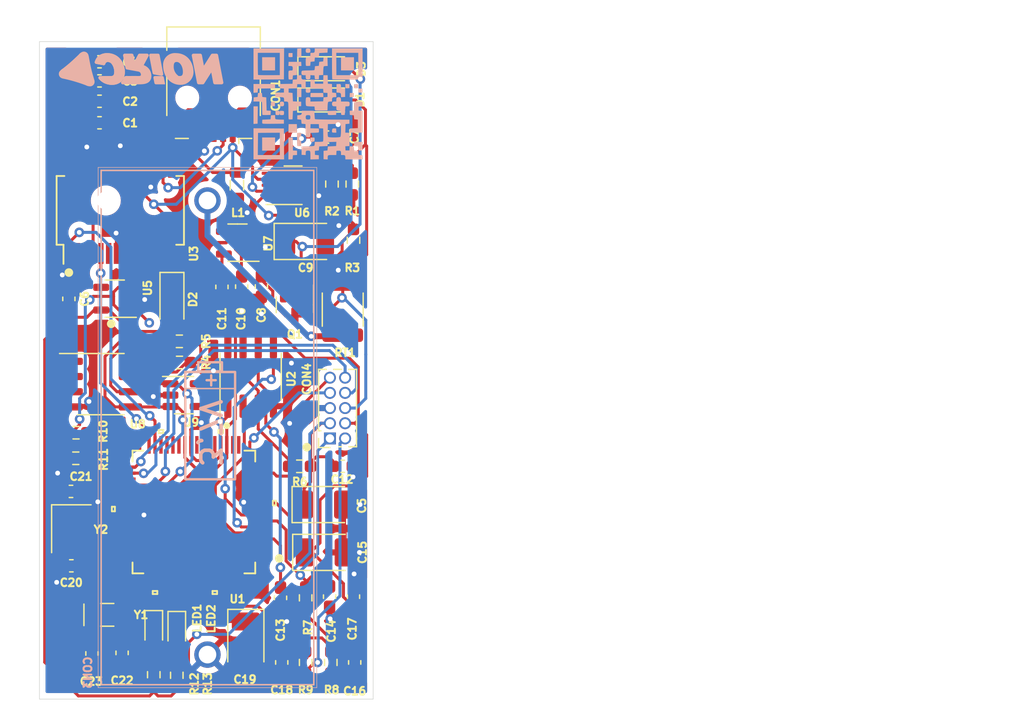
<source format=kicad_pcb>
(kicad_pcb (version 20211014) (generator pcbnew)
  (layers (0 "F.Cu" signal "cobre frontal") (31 "B.Cu" signal "Cobre traseira") (34 "B.Paste" user "Pasta traseira") (35 "F.Paste" user "Pasta frontal") (36 "B.SilkS" user "Serigrafia traseira") (37 "F.SilkS" user "Serigrafia frontal") (38 "B.Mask" user "Máscara traseira") (39 "F.Mask" user "Máscara frontal") (44 "Edge.Cuts" user "Cortes contorno"))
  (net 0 "")
  (net 1 "0")
  (net 2 "+3V3")
  (net 3 "Net-(C7-Pad1)")
  (net 4 "RESET")
  (net 5 "+5VD")
  (net 6 "+3.3VP")
  (net 7 "Net-(C18-Pad1)")
  (net 8 "Net-(R1-Pad1)")
  (net 9 "Net-(CON1-Pad2)")
  (net 10 "Net-(CON1-Pad3)")
  (net 11 "Net-(CON1-Pad5)")
  (net 12 "LED2")
  (net 13 "Net-(LED1-Pad2)")
  (net 14 "LED3")
  (net 15 "Net-(LED2-Pad2)")
  (net 16 "PIN-PWRMODE")
  (net 17 "PGED2")
  (net 18 "PGEC2")
  (net 19 "PIN-SCL")
  (net 20 "PIN-SDA")
  (net 21 "+2V5")
  (net 22 "Net-(CON3-Pad1)")
  (net 23 "RXA")
  (net 24 "TXA")
  (net 27 "Net-(C4-Pad1)")
  (net 28 "Net-(R2-Pad2)")
  (net 29 "Net-(R8-Pad2)")
  (net 30 "Net-(U1-Pad5)")
  (net 31 "Net-(U1-Pad6)")
  (net 32 "Net-(R6-Pad2)")
  (net 33 "Net-(U1-Pad8)")
  (net 48 "Net-(C13-Pad1)")
  (net 49 "Net-(C20-Pad1)")
  (net 50 "Net-(C21-Pad1)")
  (net 51 "VBAT")
  (net 53 "K0")
  (net 54 "K1")
  (net 55 "K2")
  (net 56 "K3")
  (net 57 "KC")
  (net 58 "KD")
  (net 59 "KE")
  (net 60 "K4")
  (net 61 "K5")
  (net 62 "K6")
  (net 63 "K7")
  (net 64 "K8")
  (net 65 "K9")
  (net 66 "RXB")
  (net 67 "TXB")
  (net 69 "KB")
  (net 70 "KA")
  (net 96 "+5V")
  (net 97 "Net-(C10-Pad1)")
  (net 98 "Net-(C22-Pad1)")
  (net 99 "Net-(C23-Pad1)")
  (footprint "Capacitor_SMD:C_0603_1608Metric_Pad1.08x0.95mm_HandSolder" (layer "F.Cu") (at 193.1 39.7 -90)
    (fp_text reference "C11")
    (fp_text value "100nF")
  )
  (footprint "Capacitor_Tantalum_SMD:CP_EIA-3528-12_Kemet-T_Pad1.50x2.35mm_HandSolder" (layer "F.Cu") (at 201.65 61.9)
    (fp_text reference "C15")
    (fp_text value "10UfX6V-Tan")
  )
  (footprint "Capacitor_SMD:C_0603_1608Metric_Pad1.08x0.95mm_HandSolder" (layer "F.Cu") (at 203.2 54.7)
    (fp_text reference "C12")
    (fp_text value "100nF")
  )
  (footprint "Capacitor_SMD:C_0603_1608Metric_Pad1.08x0.95mm_HandSolder" (layer "F.Cu") (at 196.4 39.6625 -90)
    (fp_text reference "C8")
    (fp_text value "100nF")
  )
  (footprint "Resistor_SMD:R_0603_1608Metric_Pad0.98x0.95mm_HandSolder" (layer "F.Cu") (at 200.1 71.1 90)
    (fp_text reference "R9")
    (fp_text value "1K")
  )
  (footprint "Diode_SMD:D_SOD-123" (layer "F.Cu") (at 201.7 21.46)
    (fp_text reference "D3")
    (fp_text value "SSA33L")
  )
  (footprint "footprints:PIC24HJ64GP206-I_slash_PT" (layer "F.Cu") (at 190.754 58.5216 180)
    (fp_text reference "U1")
    (fp_text value "PIC24HJ64GP206-I_PT" hide)
  )
  (footprint "Package_SON:VSON-10-1EP_3x3mm_P0.5mm_EP1.2x2mm" (layer "F.Cu") (at 198.3 31.2)
    (fp_text reference "U6")
    (fp_text value "LM3658SD")
  )
  (footprint "Capacitor_SMD:C_0603_1608Metric_Pad1.08x0.95mm_HandSolder" (layer "F.Cu") (at 182.8625 25.975 180)
    (fp_text reference "C1")
    (fp_text value "100nF")
  )
  (footprint "Package_TO_SOT_SMD:SOT-23-5" (layer "F.Cu") (at 194.4 36 180)
    (fp_text reference "U7")
    (fp_text value "TPS7A0533PDBV")
  )
  (footprint "Resistor_SMD:R_0603_1608Metric_Pad0.98x0.95mm_HandSolder" (layer "F.Cu") (at 180.9 51.89 180)
    (fp_text reference "R10")
    (fp_text value "1K5")
  )
  (footprint "Capacitor_SMD:C_0603_1608Metric_Pad1.08x0.95mm_HandSolder" (layer "F.Cu") (at 201.88 27.17)
    (fp_text reference "C7")
    (fp_text value "1uF")
  )
  (footprint "Resistor_SMD:R_0603_1608Metric_Pad0.98x0.95mm_HandSolder" (layer "F.Cu") (at 189.3254 72.1746 90)
    (fp_text reference "R13")
    (fp_text value "470R")
  )
  (footprint "Resistor_SMD:R_0603_1608Metric_Pad0.98x0.95mm_HandSolder" (layer "F.Cu") (at 202.3 31.1 90)
    (fp_text reference "R2")
    (fp_text value "10k")
  )
  (footprint "Resistor_SMD:R_0603_1608Metric_Pad0.98x0.95mm_HandSolder" (layer "F.Cu") (at 189.55 46.02 180)
    (fp_text reference "R4")
    (fp_text value "1K")
  )
  (footprint "Connector_USB:USB_Mini-B_Lumberg_2486_01_Horizontal" (layer "F.Cu") (at 192.4 23.875 180)
    (fp_text reference "CON1")
    (fp_text value "USB_B")
  )
  (footprint "Inductor_SMD:L_0805_2012Metric" (layer "F.Cu") (at 194.35 31.2 90)
    (fp_text reference "L1")
    (fp_text value "BLM21PG221SN1D")
  )
  (footprint "LED_SMD:LED_0603_1608Metric_Pad1.05x0.95mm_HandSolder" (layer "F.Cu") (at 189.3254 68.5 -90)
    (fp_text reference "LED2")
    (fp_text value "GREEN")
  )
  (footprint "Resistor_SMD:R_0603_1608Metric_Pad0.98x0.95mm_HandSolder" (layer "F.Cu") (at 200.1 65.7 90)
    (fp_text reference "R7")
    (fp_text value "22k")
  )
  (footprint "Capacitor_SMD:C_0603_1608Metric_Pad1.08x0.95mm_HandSolder" (layer "F.Cu") (at 180.3 40.7 90)
    (fp_text reference "C6")
    (fp_text value "100nF")
  )
  (footprint "Crystal:Crystal_SMD_TXC_7M-4Pin_3.2x2.5mm" (layer "F.Cu") (at 180.5075 59.92 -90)
    (fp_text reference "Y2")
    (fp_text value "Crystal_20MHz")
  )
  (footprint "Diode_SMD:D_SOD-123" (layer "F.Cu") (at 201.7 24.07)
    (fp_text reference "D1")
    (fp_text value "SSA33L")
  )
  (footprint "Resistor_SMD:R_0603_1608Metric_Pad0.98x0.95mm_HandSolder" (layer "F.Cu") (at 180.88 54.0272)
    (fp_text reference "R11")
    (fp_text value "3K3")
  )
  (footprint "Capacitor_SMD:C_0603_1608Metric_Pad1.08x0.95mm_HandSolder" (layer "F.Cu") (at 198.1 71.1 -90)
    (fp_text reference "C18")
    (fp_text value "100nF")
  )
  (footprint "Capacitor_Tantalum_SMD:CP_EIA-3528-12_Kemet-T_Pad1.50x2.35mm_HandSolder" (layer "F.Cu") (at 200.1 35.9)
    (fp_text reference "C9")
    (fp_text value "470uFx16v")
  )
  (footprint "Capacitor_SMD:C_0603_1608Metric_Pad1.08x0.95mm_HandSolder" (layer "F.Cu") (at 182.8625 20.875 180)
    (fp_text reference "C4")
    (fp_text value "1uF")
  )
  (footprint "Capacitor_SMD:C_0603_1608Metric_Pad1.08x0.95mm_HandSolder" (layer "F.Cu") (at 198 65.7 -90)
    (fp_text reference "C13")
    (fp_text value "47pF")
  )
  (footprint "Resistor_SMD:R_0603_1608Metric_Pad0.98x0.95mm_HandSolder" (layer "F.Cu") (at 204 31.1 -90)
    (fp_text reference "R1")
    (fp_text value "10k")
  )
  (footprint "Resistor_SMD:R_0603_1608Metric_Pad0.98x0.95mm_HandSolder" (layer "F.Cu") (at 204.1 35.8 -90)
    (fp_text reference "R3")
    (fp_text value "10k")
  )
  (footprint "Capacitor_SMD:C_0603_1608Metric_Pad1.08x0.95mm_HandSolder" (layer "F.Cu") (at 182.23 70.35 -90)
    (fp_text reference "C23")
    (fp_text value "7pF")
  )
  (footprint "Package_TO_SOT_SMD:SOT-23-5" (layer "F.Cu") (at 189.93 48.75)
    (fp_text reference "U9")
    (fp_text value "24AA02-OT")
  )
  (footprint "Resistor_SMD:R_0603_1608Metric_Pad0.98x0.95mm_HandSolder" (layer "F.Cu") (at 187.4 72.125 90)
    (fp_text reference "R12")
    (fp_text value "470R")
  )
  (footprint "Capacitor_SMD:C_0603_1608Metric_Pad1.08x0.95mm_HandSolder" (layer "F.Cu") (at 182.8625 22.475 180)
    (fp_text reference "C3")
    (fp_text value "4,7uF")
  )
  (footprint "Capacitor_SMD:C_0603_1608Metric_Pad1.08x0.95mm_HandSolder" (layer "F.Cu") (at 180.4775 56.8)
    (fp_text reference "C21")
    (fp_text value "10pF")
  )
  (footprint "Connector_PinSocket_1.27mm:PinSocket_2x05_P1.27mm_Vertical" (layer "F.Cu") (at 202.13 52.37 180)
    (fp_text reference "CON4")
    (fp_text value "Conn_02x05_Odd_Even")
  )
  (footprint "Package_SO:SOIC-8_3.9x4.9mm_P1.27mm" (layer "F.Cu") (at 195.5 47.2 90)
    (fp_text reference "U2")
    (fp_text value "FM25V10-GTR")
  )
  (footprint "Capacitor_SMD:C_0603_1608Metric_Pad1.08x0.95mm_HandSolder" (layer "F.Cu") (at 194.751 39.6746 -90)
    (fp_text reference "C10")
    (fp_text value "100nF")
  )
  (footprint "Capacitor_SMD:C_0603_1608Metric_Pad1.08x0.95mm_HandSolder" (layer "F.Cu") (at 182.8625 24.175 180)
    (fp_text reference "C2")
    (fp_text value "10nF")
  )
  (footprint "Capacitor_SMD:C_0603_1608Metric_Pad1.08x0.95mm_HandSolder" (layer "F.Cu") (at 204.2 71.1 -90)
    (fp_text reference "C16")
    (fp_text value "100nF")
  )
  (footprint "LED_SMD:LED_0603_1608Metric_Pad1.05x0.95mm_HandSolder" (layer "F.Cu") (at 187.4 68.425 -90)
    (fp_text reference "LED1")
    (fp_text value "RED")
  )
  (footprint "Capacitor_SMD:C_0603_1608Metric_Pad1.08x0.95mm_HandSolder" (layer "F.Cu") (at 180.5075 63.02 180)
    (fp_text reference "C20")
    (fp_text value "10pF")
  )
  (footprint "Resistor_SMD:R_0603_1608Metric_Pad0.98x0.95mm_HandSolder" (layer "F.Cu") (at 199.6 54.7 180)
    (fp_text reference "R6")
    (fp_text value "22k")
  )
  (footprint "Package_TO_SOT_SMD:SOT-23-5" (layer "F.Cu") (at 184.14 40.685 180)
    (fp_text reference "U5")
    (fp_text value "TPS7A0533PDBV")
  )
  (footprint "bt1:BAT_BH123A" (layer "F.Cu") (at 191.89 51.46 90)
    (fp_text reference "CON3")
    (fp_text value "CR123A" hide)
  )
  (footprint "Package_SO:SSOP-28_5.3x10.2mm_P0.65mm" (layer "F.Cu") (at 184.6 33.3 90)
    (fp_text reference "U3")
    (fp_text value "FT232RL")
  )
  (footprint "Capacitor_SMD:C_0603_1608Metric_Pad1.08x0.95mm_HandSolder" (layer "F.Cu") (at 184.75 70.3 -90)
    (fp_text reference "C22")
    (fp_text value "7pF")
  )
  (footprint "Diode_SMD:D_SOD-123" (layer "F.Cu") (at 188.92 40.74 -90)
    (fp_text reference "D2")
    (fp_text value "SSA33L")
  )
  (footprint "Capacitor_SMD:C_0603_1608Metric_Pad1.08x0.95mm_HandSolder" (layer "F.Cu") (at 204.1 65.6 90)
    (fp_text reference "C17")
    (fp_text value "100nF")
  )
  (footprint "Capacitor_Tantalum_SMD:CP_EIA-3528-12_Kemet-T_Pad1.50x2.35mm_HandSolder" (layer "F.Cu") (at 201.6 57.9)
    (fp_text reference "C5")
    (fp_text value "220uFx16V")
  )
  (footprint "Resistor_SMD:R_0603_1608Metric_Pad0.98x0.95mm_HandSolder" (layer "F.Cu") (at 202.2 71.1 90)
    (fp_text reference "R8")
    (fp_text value "22K")
  )
  (footprint "Capacitor_Tantalum_SMD:CP_EIA-3528-12_Kemet-T_Pad1.50x2.35mm_HandSolder" (layer "F.Cu") (at 195.1 69.3 -90)
    (fp_text reference "C19")
    (fp_text value "10uFx6V-Tan")
  )
  (footprint "Package_SO:SOIC-8_3.9x4.9mm_P1.27mm" (layer "F.Cu") (at 182.97 47.83)
    (fp_text reference "U8")
    (fp_text value "ATSHA204A-SSHDA-B")
  )
  (footprint "Resistor_SMD:R_1812_4532Metric" (layer "F.Cu") (at 203.2 41.6 90)
    (fp_text reference "RT1")
    (fp_text value "300mA - 304N")
  )
  (footprint "Crystal:Crystal_SMD_MicroCrystal_CC7V-T1A-2Pin_3.2x1.5mm" (layer "F.Cu") (at 183.51 67.12)
    (fp_text reference "Y1")
    (fp_text value "Crystal_32KHz")
  )
  (footprint "Resistor_SMD:R_0603_1608Metric_Pad0.98x0.95mm_HandSolder" (layer "F.Cu") (at 189.54 44.25 180)
    (fp_text reference "R5")
    (fp_text value "1K")
  )
  (footprint "Capacitor_SMD:C_0603_1608Metric_Pad1.08x0.95mm_HandSolder" (layer "F.Cu") (at 202.1 65.6 -90)
    (fp_text reference "C14")
    (fp_text value "1nF")
  )
  (footprint "LOGO" (layer "F.Cu") (at 200.20155 24.266492)
    (fp_text reference "G1" hide)
    (fp_text value "LOGO" hide)
  )
  (footprint "Package_TO_SOT_SMD:SOT-23" (layer "F.Cu") (at 199.2 41.2 -90)
    (fp_text reference "Q1")
    (fp_text value "IRLML5103")
  )
  (gr_poly (pts (xy 181.736563 22.213474) (xy 181.704207 22.064976) (xy 181.673175 21.912751) (xy 181.643401 21.75647) (xy 181.614822 21.595805) (xy 181.58737 21.430427) (xy 181.560983 21.260007) (xy 181.535594 21.084217) (xy 181.511138 20.902729) (xy 181.51058 20.899315) (xy 181.509882 20.895954) (xy 181.509044 20.892648) (xy 181.508072 20.889402) (xy 181.506969 20.886217) (xy 181.505736 20.883097) (xy 181.504379 20.880044) (xy 181.502899 20.877063) (xy 181.501301 20.874156) (xy 181.499587 20.871326) (xy 181.49776 20.868576) (xy 181.495825 20.865909) (xy 181.493783 20.863328) (xy 181.491639 20.860837) (xy 181.489396 20.858437) (xy 181.487056 20.856134) (xy 181.484624 20.853928) (xy 181.482101 20.851824) (xy 181.479492 20.849825) (xy 181.4768 20.847933) (xy 181.474028 20.846152) (xy 181.471178 20.844484) (xy 181.468256 20.842933) (xy 181.465262 20.841502) (xy 181.462202 20.840194) (xy 181.459078 20.839011) (xy 181.455893 20.837958) (xy 181.452651 20.837036) (xy 181.449354 20.83625) (xy 181.446007 20.835601) (xy 181.442611 20.835094) (xy 181.439171 20.834731) (xy 181.434859 20.834364) (xy 181.430554 20.834219) (xy 181.426264 20.834292) (xy 181.421997 20.834581) (xy 181.417759 20.835084) (xy 181.413561 20.835799) (xy 181.409408 20.836722) (xy 181.405309 20.837852) (xy 181.401272 20.839187) (xy 181.397305 20.840723) (xy 181.393416 20.842458) (xy 181.389612 20.844391) (xy 181.385901 20.846518) (xy 181.382291 20.848838) (xy 181.378791 20.851348) (xy 181.375407 20.854045) (xy 181.233111 20.973646) (xy 181.093601 21.088888) (xy 180.956632 21.19995) (xy 180.821964 21.307012) (xy 180.689356 21.410254) (xy 180.558564 21.509856) (xy 180.429347 21.605998) (xy 180.301463 21.69886) (xy 180.299227 21.700481) (xy 180.297062 21.702173) (xy 180.294969 21.703934) (xy 180.29295 21.70576) (xy 180.291004 21.70765) (xy 180.289133 21.709602) (xy 180.287337 21.711613) (xy 180.285619 21.713681) (xy 180.283979 21.715803) (xy 180.282417 21.717977) (xy 180.280936 21.720201) (xy 180.279534 21.722472) (xy 180.278215 21.724789) (xy 180.276979 21.727148) (xy 180.275826 21.729548) (xy 180.274758 21.731986) (xy 180.273775 21.734459) (xy 180.272879 21.736966) (xy 180.272071 21.739504) (xy 180.271351 21.742071) (xy 180.270721 21.744664) (xy 180.270181 21.747282) (xy 180.269733 21.749921) (xy 180.269377 21.752579) (xy 180.269115 21.755255) (xy 180.268947 21.757945) (xy 180.268875 21.760648) (xy 180.268899 21.763361) (xy 180.26902 21.766081) (xy 180.26924 21.768807) (xy 180.269558 21.771536) (xy 180.269978 21.774266) (xy 180.271234 21.779691) (xy 180.272852 21.784968) (xy 180.274817 21.790083) (xy 180.277117 21.795023) (xy 180.279739 21.799772) (xy 180.282669 21.804317) (xy 180.285895 21.808643) (xy 180.289404 21.812736) (xy 180.293181 21.816582) (xy 180.297215 21.820167) (xy 180.301492 21.823475) (xy 180.306 21.826494) (xy 180.310724 21.829209) (xy 180.315653 21.831605) (xy 180.320772 21.833668) (xy 180.326069 21.835385) (xy 180.49068 21.886263) (xy 180.654601 21.939249) (xy 180.817812 21.994337) (xy 180.980293 22.051519) (xy 181.142025 22.110788) (xy 181.302987 22.172138) (xy 181.463159 22.23556) (xy 181.622523 22.301049) (xy 181.625395 22.302182) (xy 181.628303 22.30321) (xy 181.631244 22.304133) (xy 181.634215 22.304949) (xy 181.637212 22.305658) (xy 181.640234 22.30626) (xy 181.643278 22.306753) (xy 181.64634 22.307137) (xy 181.65118 22.307524) (xy 181.656006 22.307631) (xy 181.660806 22.307463) (xy 181.66557 22.307024) (xy 181.670286 22.306316) (xy 181.674945 22.305345) (xy 181.679534 22.304115) (xy 181.684044 22.302628) (xy 181.688462 22.30089) (xy 181.692779 22.298904) (xy 181.696983 22.296673) (xy 181.701062 22.294203) (xy 181.705008 22.291497) (xy 181.708807 22.288559) (xy 181.71245 22.285392) (xy 181.715926 22.282001) (xy 181.719198 22.278566) (xy 181.722224 22.274956) (xy 181.725 22.271185) (xy 181.727523 22.267266) (xy 181.729788 22.263212) (xy 181.731791 22.259037) (xy 181.733529 22.254753) (xy 181.734997 22.250374) (xy 181.736191 22.245912) (xy 181.737108 22.241381) (xy 181.737744 22.236794) (xy 181.738094 22.232164) (xy 181.738155 22.227504) (xy 181.737923 22.222827) (xy 181.737394 22.218146) (xy 181.736563 22.213474)) (layer "B.SilkS") (width 0.264583) (fill solid))
  (gr_poly (pts (xy 184.760486 22.198129) (xy 184.73457 22.24922) (xy 184.705599 22.297201) (xy 184.67373 22.34211) (xy 184.639126 22.383985) (xy 184.601945 22.422866) (xy 184.562348 22.458793) (xy 184.520495 22.491804) (xy 184.476546 22.521937) (xy 184.430662 22.549233) (xy 184.383003 22.57373) (xy 184.333728 22.595468) (xy 184.282999 22.614485) (xy 184.230974 22.63082) (xy 184.177815 22.644512) (xy 184.123681 22.655601) (xy 184.068733 22.664126) (xy 184.01313 22.670125) (xy 183.957034 22.673638) (xy 183.900603 22.674703) (xy 183.843999 22.673361) (xy 183.787381 22.669649) (xy 183.73091 22.663606) (xy 183.674746 22.655273) (xy 183.619048 22.644687) (xy 183.563978 22.631889) (xy 183.509695 22.616916) (xy 183.456359 22.599809) (xy 183.404131 22.580606) (xy 183.353171 22.559345) (xy 183.303639 22.536067) (xy 183.255694 22.510811) (xy 183.209498 22.483614) (xy 183.187977 22.469825) (xy 183.166759 22.455608) (xy 183.14585 22.440967) (xy 183.125258 22.425908) (xy 183.104987 22.410436) (xy 183.085043 22.394557) (xy 183.065434 22.378275) (xy 183.046164 22.361598) (xy 183.02724 22.344528) (xy 183.008668 22.327073) (xy 182.990454 22.309237) (xy 182.972604 22.291026) (xy 182.955123 22.272444) (xy 182.938019 22.253498) (xy 182.921297 22.234192) (xy 182.904963 22.214533) (xy 182.904536 22.213896) (xy 182.904158 22.213237) (xy 182.90383 22.212557) (xy 182.903552 22.211861) (xy 182.903323 22.211151) (xy 182.903144 22.210428) (xy 182.903015 22.209697) (xy 182.902937 22.208959) (xy 182.902909 22.208218) (xy 182.902931 22.207476) (xy 182.903005 22.206735) (xy 182.90313 22.205999) (xy 182.903306 22.20527) (xy 182.903534 22.204551) (xy 182.903813 22.203844) (xy 182.904144 22.203153) (xy 182.904328 22.202816) (xy 182.904523 22.202486) (xy 182.904729 22.202166) (xy 182.904944 22.201854) (xy 182.90517 22.201551) (xy 182.905405 22.201257) (xy 182.90565 22.200972) (xy 182.905904 22.200697) (xy 182.906166 22.200431) (xy 182.906437 22.200174) (xy 182.906716 22.199928) (xy 182.907003 22.199691) (xy 182.907298 22.199465) (xy 182.9076 22.199249) (xy 182.907909 22.199044) (xy 182.908225 22.198849) (xy 182.908547 22.198666) (xy 182.908876 22.198493) (xy 182.90921 22.198332) (xy 182.90955 22.198182) (xy 182.909895 22.198043) (xy 182.910245 22.197917) (xy 182.9106 22.197802) (xy 182.910959 22.197699) (xy 182.911323 22.197609) (xy 182.91169 22.197531) (xy 182.912061 22.197466) (xy 182.912435 22.197413) (xy 182.912812 22.197374) (xy 182.913192 22.197348) (xy 182.913574 22.197334) (xy 182.913959 22.197335) (xy 183.80825 22.197335) (xy 183.820545 22.197866) (xy 183.832836 22.198103) (xy 183.845118 22.198046) (xy 183.857387 22.197695) (xy 183.869638 22.197052) (xy 183.881864 22.196117) (xy 183.894061 22.194892) (xy 183.906224 22.193375) (xy 183.918347 22.191569) (xy 183.930425 22.189474) (xy 183.942453 22.187091) (xy 183.954426 22.184421) (xy 183.966338 22.181463) (xy 183.978185 22.178219) (xy 183.989961 22.17469) (xy 184.001661 22.170877) (xy 184.020862 22.161646) (xy 184.039346 22.151336) (xy 184.057077 22.139991) (xy 184.074019 22.127656) (xy 184.090139 22.114374) (xy 184.105399 22.10019) (xy 184.119765 22.085149) (xy 184.133202 22.069293) (xy 184.145675 22.052668) (xy 184.157147 22.035318) (xy 184.167585 22.017287) (xy 184.176952 21.998619) (xy 184.185213 21.979358) (xy 184.192333 21.959549) (xy 184.198277 21.939237) (xy 184.203009 21.918464) (xy 184.208655 21.888983) (xy 184.213471 21.859396) (xy 184.217459 21.829721) (xy 184.220618 21.799976) (xy 184.222949 21.770176) (xy 184.224452 21.740341) (xy 184.225127 21.710487) (xy 184.224975 21.680631) (xy 184.223995 21.650791) (xy 184.22219 21.620984) (xy 184.219557 21.591227) (xy 184.216099 21.561538) (xy 184.211815 21.531933) (xy 184.206706 21.502431) (xy 184.200772 21.473048) (xy 184.194013 21.443802) (xy 184.187671 21.413382) (xy 184.180492 21.383194) (xy 184.172482 21.353252) (xy 184.163649 21.323575) (xy 184.154001 21.294177) (xy 184.143544 21.265076) (xy 184.132285 21.236288) (xy 184.120233 21.207829) (xy 184.107394 21.179717) (xy 184.093776 21.151967) (xy 184.079385 21.124597) (xy 184.06423 21.097622) (xy 184.048317 21.07106) (xy 184.031653 21.044926) (xy 184.014247 21.019237) (xy 183.996105 20.99401) (xy 183.974768 20.965413) (xy 183.951784 20.938484) (xy 183.92725 20.913268) (xy 183.901267 20.889815) (xy 183.873933 20.868171) (xy 183.845347 20.848384) (xy 183.815609 20.8305) (xy 183.784817 20.814567) (xy 183.753071 20.800633) (xy 183.720469 20.788745) (xy 183.687111 20.77895) (xy 183.653096 20.771296) (xy 183.618523 20.765829) (xy 183.583491 20.762597) (xy 183.548099 20.761648) (xy 183.512447 20.763028) (xy 183.499115 20.7648) (xy 183.485943 20.767077) (xy 183.46012 20.773107) (xy 183.435065 20.781043) (xy 183.410863 20.790808) (xy 183.3876 20.802328) (xy 183.365362 20.815526) (xy 183.344235 20.830326) (xy 183.324304 20.846653) (xy 183.305656 20.86443) (xy 183.288375 20.883582) (xy 183.272549 20.904033) (xy 183.258262 20.925706) (xy 183.245601 20.948527) (xy 183.234651 20.972419) (xy 183.225499 20.997307) (xy 183.221623 21.0101) (xy 183.218229 21.023114) (xy 183.218074 21.023613) (xy 183.217896 21.024099) (xy 183.217697 21.024572) (xy 183.217478 21.025032) (xy 183.217239 21.025478) (xy 183.216981 21.02591) (xy 183.216704 21.026328) (xy 183.21641 21.02673) (xy 183.216098 21.027117) (xy 183.215771 21.027488) (xy 183.215427 21.027843) (xy 183.215068 21.028181) (xy 183.214696 21.028502) (xy 183.214309 21.028806) (xy 183.213909 21.029091) (xy 183.213498 21.029358) (xy 183.213074 21.029607) (xy 183.21264 21.029836) (xy 183.212195 21.030045) (xy 183.211741 21.030234) (xy 183.211278 21.030403) (xy 183.210807 21.030551) (xy 183.210328 21.030678) (xy 183.209843 21.030782) (xy 183.209351 21.030865) (xy 183.208854 21.030925) (xy 183.208352 21.030962) (xy 183.207846 21.030976) (xy 183.207336 21.030965) (xy 183.206824 21.030931) (xy 183.20631 21.030871) (xy 183.205794 21.030787) (xy 182.602544 20.920191) (xy 182.601987 20.920099) (xy 182.601438 20.919977) (xy 182.6009 20.919826) (xy 182.600372 20.919647) (xy 182.599856 20.919441) (xy 182.599352 20.919207) (xy 182.598863 20.918947) (xy 182.598389 20.918661) (xy 182.597931 20.918351) (xy 182.59749 20.918016) (xy 182.597066 20.917657) (xy 182.596662 20.917275) (xy 182.596278 20.916871) (xy 182.595915 20.916445) (xy 182.595575 20.915998) (xy 182.595257 20.915531) (xy 182.594966 20.915047) (xy 182.594703 20.91455) (xy 182.594468 20.914042) (xy 182.594262 20.913524) (xy 182.594084 20.912998) (xy 182.593936 20.912463) (xy 182.593817 20.911922) (xy 182.593726 20.911376) (xy 182.593666 20.910826) (xy 182.593634 20.910272) (xy 182.593633 20.909718) (xy 182.593661 20.909162) (xy 182.59372 20.908608) (xy 182.593809 20.908056) (xy 182.593928 20.907507) (xy 182.594078 20.906962) (xy 182.598919 20.89291) (xy 182.60433 20.878432) (xy 182.610039 20.863974) (xy 182.615773 20.849977) (xy 182.626224 20.825144) (xy 182.6335 20.807478) (xy 182.639723 20.792863) (xy 182.646183 20.778354) (xy 182.65288 20.763954) (xy 182.659811 20.749668) (xy 182.666976 20.735497) (xy 182.674373 20.721445) (xy 182.682 20.707514) (xy 182.689857 20.693708) (xy 182.703823 20.670253) (xy 182.718578 20.647358) (xy 182.734105 20.625041) (xy 182.750384 20.60332) (xy 182.767398 20.582212) (xy 182.785128 20.561734) (xy 182.803557 20.541904) (xy 182.822666 20.522741) (xy 182.842436 20.504261) (xy 182.86285 20.486482) (xy 182.88389 20.469422) (xy 182.905536 20.453099) (xy 182.927772 20.43753) (xy 182.950579 20.422732) (xy 182.973938 20.408723) (xy 182.997831 20.395522) (xy 183.030567 20.380094) (xy 183.063732 20.365788) (xy 183.097297 20.35261) (xy 183.131233 20.340566) (xy 183.165512 20.329661) (xy 183.200105 20.319901) (xy 183.234982 20.311292) (xy 183.270114 20.303839) (xy 183.305473 20.297547) (xy 183.34103 20.292423) (xy 183.376755 20.288472) (xy 183.41262 20.285701) (xy 183.448595 20.284113) (xy 183.484652 20.283716) (xy 183.520762 20.284514) (xy 183.556896 20.286514) (xy 183.556896 20.284927) (xy 183.612469 20.28732) (xy 183.667705 20.292084) (xy 183.722536 20.299192) (xy 183.77689 20.308616) (xy 183.830697 20.32033) (xy 183.883886 20.334307) (xy 183.936387 20.350521) (xy 183.988128 20.368943) (xy 184.03904 20.389548) (xy 184.089052 20.412309) (xy 184.138092 20.437198) (xy 184.186091 20.46419) (xy 184.232977 20.493256) (xy 184.278681 20.524371) (xy 184.323131 20.557507) (xy 184.366257 20.592637) (xy 184.40551 20.629691) (xy 184.443242 20.668102) (xy 184.479424 20.707822) (xy 184.514028 20.748801) (xy 184.547025 20.790992) (xy 184.578386 20.834345) (xy 184.608082 20.878811) (xy 184.636085 20.924341) (xy 184.662365 20.970887) (xy 184.686894 21.0184) (xy 184.709642 21.06683) (xy 184.730582 21.116129) (xy 184.749684 21.166247) (xy 184.766919 21.217137) (xy 184.78226 21.26875) (xy 184.795676 21.321035) (xy 184.810811 21.375275) (xy 184.823621 21.429932) (xy 184.834109 21.484932) (xy 184.842279 21.540203) (xy 184.848132 21.595671) (xy 184.851672 21.651266) (xy 184.852901 21.706913) (xy 184.851823 21.762541) (xy 184.848441 21.818076) (xy 184.842757 21.873445) (xy 184.834775 21.928578) (xy 184.824497 21.983399) (xy 184.811926 22.037838) (xy 184.797065 22.091821) (xy 184.779917 22.145275) (xy 184.760486 22.198129)) (layer "B.SilkS") (width 0.264583) (fill solid))
  (gr_poly (pts (xy 187.044369 22.251045) (xy 187.031034 22.288581) (xy 187.015363 22.32356) (xy 186.997465 22.356072) (xy 186.97745 22.386206) (xy 186.955428 22.414052) (xy 186.931508 22.439699) (xy 186.905799 22.463237) (xy 186.878413 22.484755) (xy 186.849458 22.504343) (xy 186.819044 22.522091) (xy 186.787281 22.538087) (xy 186.754279 22.552422) (xy 186.720148 22.565185) (xy 186.684996 22.576466) (xy 186.648935 22.586353) (xy 186.612073 22.594937) (xy 186.536386 22.608554) (xy 186.458815 22.618031) (xy 186.380237 22.624084) (xy 186.30153 22.627432) (xy 186.147241 22.62887) (xy 186.002969 22.628076) (xy 184.803613 22.628076) (xy 184.802812 22.628085) (xy 184.802022 22.628032) (xy 184.801245 22.627919) (xy 184.800484 22.627749) (xy 184.799741 22.627524) (xy 184.799021 22.627244) (xy 184.798325 22.626912) (xy 184.797657 22.62653) (xy 184.797019 22.626099) (xy 184.796414 22.625621) (xy 184.795845 22.625098) (xy 184.795315 22.624532) (xy 184.794827 22.623924) (xy 184.794383 22.623277) (xy 184.793986 22.622591) (xy 184.79364 22.621869) (xy 184.793351 22.621122) (xy 184.793122 22.620364) (xy 184.792953 22.619597) (xy 184.792845 22.618825) (xy 184.792795 22.618051) (xy 184.792803 22.617278) (xy 184.792868 22.61651) (xy 184.792991 22.61575) (xy 184.79317 22.615001) (xy 184.793404 22.614267) (xy 184.793693 22.61355) (xy 184.794037 22.612855) (xy 184.794434 22.612184) (xy 184.794884 22.61154) (xy 184.795386 22.610928) (xy 184.79594 22.610349) (xy 184.812817 22.593738) (xy 184.829286 22.576754) (xy 184.845342 22.559405) (xy 184.86098 22.541699) (xy 184.876193 22.523644) (xy 184.890977 22.505247) (xy 184.905326 22.486517) (xy 184.919233 22.467462) (xy 184.932695 22.448088) (xy 184.945704 22.428404) (xy 184.958256 22.408418) (xy 184.970344 22.388137) (xy 184.981964 22.36757) (xy 184.99311 22.346724) (xy 185.003776 22.325607) (xy 185.013956 22.304226) (xy 185.060258 22.203949) (xy 185.060437 22.203589) (xy 185.060628 22.203238) (xy 185.06083 22.202895) (xy 185.061043 22.202561) (xy 185.061267 22.202237) (xy 185.061502 22.201921) (xy 185.061747 22.201615) (xy 185.062002 22.201318) (xy 185.062267 22.201032) (xy 185.062541 22.200755) (xy 185.062824 22.200489) (xy 185.063116 22.200232) (xy 185.063416 22.199987) (xy 185.063725 22.199752) (xy 185.064041 22.199529) (xy 185.064365 22.199316) (xy 185.064696 22.199115) (xy 185.065034 22.198926) (xy 185.065378 22.198748) (xy 185.065729 22.198582) (xy 185.066085 22.198429) (xy 185.066448 22.198288) (xy 185.066815 22.198159) (xy 185.067188 22.198043) (xy 185.067565 22.19794) (xy 185.067947 22.197851) (xy 185.068333 22.197774) (xy 185.068723 22.197711) (xy 185.069116 22.197662) (xy 185.069512 22.197627) (xy 185.069911 22.197606) (xy 185.070313 22.197599) (xy 186.093721 22.197599) (xy 186.108066 22.198196) (xy 186.122409 22.198472) (xy 186.136743 22.198428) (xy 186.151064 22.198065) (xy 186.165366 22.197382) (xy 186.179645 22.196382) (xy 186.193894 22.195064) (xy 186.208108 22.193429) (xy 186.222282 22.191478) (xy 186.236411 22.189211) (xy 186.25049 22.18663) (xy 186.264513 22.183734) (xy 186.278474 22.180525) (xy 186.29237 22.177004) (xy 186.306193 22.17317) (xy 186.319939 22.169024) (xy 186.328432 22.165667) (xy 186.336707 22.161972) (xy 186.34476 22.15795) (xy 186.352583 22.153612) (xy 186.36017 22.148967) (xy 186.367516 22.144025) (xy 186.374615 22.138798) (xy 186.38146 22.133295) (xy 186.388045 22.127526) (xy 186.394364 22.121501) (xy 186.400411 22.115231) (xy 186.406181 22.108726) (xy 186.411666 22.101996) (xy 186.416861 22.095051) (xy 186.42176 22.087902) (xy 186.426357 22.080558) (xy 186.430645 22.073029) (xy 186.434619 22.065327) (xy 186.438272 22.057461) (xy 186.441598 22.049441) (xy 186.444592 22.041277) (xy 186.447246 22.032981) (xy 186.449556 22.024561) (xy 186.451515 22.016028) (xy 186.453117 22.007392) (xy 186.454355 21.998664) (xy 186.455225 21.989854) (xy 186.455718 21.980971) (xy 186.455831 21.972026) (xy 186.455556 21.96303) (xy 186.454887 21.953992) (xy 186.453819 21.944922) (xy 186.452966 21.921582) (xy 186.450773 21.89847) (xy 186.447265 21.875637) (xy 186.44247 21.853136) (xy 186.436411 21.831015) (xy 186.429115 21.809328) (xy 186.420607 21.788123) (xy 186.410913 21.767452) (xy 186.400059 21.747367) (xy 186.388071 21.727917) (xy 186.374973 21.709154) (xy 186.360792 21.691129) (xy 186.345553 21.673892) (xy 186.329282 21.657495) (xy 186.312004 21.641988) (xy 186.293746 21.627422) (xy 186.282803 21.620799) (xy 186.271702 21.614475) (xy 186.26045 21.608453) (xy 186.249052 21.602734) (xy 186.237516 21.597321) (xy 186.225847 21.592217) (xy 186.214052 21.587424) (xy 186.202137 21.582943) (xy 186.190108 21.578777) (xy 186.177972 21.574929) (xy 186.165734 21.5714) (xy 186.153402 21.568193) (xy 186.14098 21.565311) (xy 186.128476 21.562755) (xy 186.115896 21.560527) (xy 186.103246 21.558631) (xy 185.933119 21.52741) (xy 185.172442 21.388239) (xy 185.172042 21.388179) (xy 185.171648 21.388104) (xy 185.170876 21.387911) (xy 185.170127 21.387661) (xy 185.169405 21.387356) (xy 185.168711 21.387) (xy 185.168049 21.386594) (xy 185.167421 21.38614) (xy 185.16683 21.385641) (xy 185.166277 21.3851) (xy 185.165766 21.384517) (xy 185.165298 21.383897) (xy 185.164878 21.383241) (xy 185.164506 21.38255) (xy 185.164186 21.381829) (xy 185.16392 21.381078) (xy 185.163808 21.380693) (xy 185.16371 21.380301) (xy 184.961833 20.338637) (xy 184.961761 20.338052) (xy 184.961721 20.337467) (xy 184.961714 20.336884) (xy 184.961738 20.336303) (xy 184.961795 20.335727) (xy 184.961882 20.335155) (xy 184.962001 20.33459) (xy 184.96215 20.334032) (xy 184.962329 20.333484) (xy 184.962538 20.332945) (xy 184.962776 20.332418) (xy 184.963043 20.331904) (xy 184.963339 20.331404) (xy 184.963664 20.330919) (xy 184.964016 20.330451) (xy 184.964395 20.33) (xy 184.9648 20.329572) (xy 184.965225 20.329168) (xy 184.965669 20.32879) (xy 184.966132 20.328439) (xy 184.966612 20.328115) (xy 184.967108 20.327818) (xy 184.967619 20.327548) (xy 184.968144 20.327308) (xy 184.96868 20.327096) (xy 184.969228 20.326913) (xy 184.969786 20.326761) (xy 184.970353 20.326639) (xy 184.970927 20.326548) (xy 184.971507 20.326488) (xy 184.972092 20.326461) (xy 184.972681 20.326466) (xy 185.565612 20.326466) (xy 185.566099 20.326455) (xy 185.566581 20.326466) (xy 185.567058 20.326499) (xy 185.567531 20.326553) (xy 185.567998 20.326628) (xy 185.568458 20.326722) (xy 185.568912 20.326837) (xy 185.569358 20.326972) (xy 185.569797 20.327125) (xy 185.570227 20.327297) (xy 185.570648 20.327487) (xy 185.571059 20.327695) (xy 185.571461 20.32792) (xy 185.571852 20.328162) (xy 185.572232 20.328421) (xy 185.5726 20.328696) (xy 185.572956 20.328986) (xy 185.573299 20.329292) (xy 185.573629 20.329612) (xy 185.573945 20.329947) (xy 185.574247 20.330296) (xy 185.574533 20.330658) (xy 185.574805 20.331033) (xy 185.57506 20.331421) (xy 185.575298 20.331822) (xy 185.57552 20.332234) (xy 185.575724 20.332658) (xy 185.57591 20.333092) (xy 185.576077 20.333538) (xy 185.576225 20.333993) (xy 185.576353 20.334458) (xy 185.57646 20.334932) (xy 185.648394 20.729592) (xy 185.730448 21.191124) (xy 185.730542 21.19155) (xy 185.730651 21.19197) (xy 185.730776 21.192383) (xy 185.730917 21.192788) (xy 185.731072 21.193186) (xy 185.731242 21.193577) (xy 185.731623 21.194333) (xy 185.732059 21.195053) (xy 185.732546 21.195736) (xy 185.733082 21.196379) (xy 185.733664 21.196979) (xy 185.734289 21.197534) (xy 185.734955 21.198041) (xy 185.735659 21.198497) (xy 185.736399 21.198901) (xy 185.737171 21.199248) (xy 185.737568 21.199401) (xy 185.737973 21.199538) (xy 185.738384 21.19966) (xy 185.738802 21.199767) (xy 185.739226 21.199858) (xy 185.739656 21.199932) (xy 185.74052 21.200031) (xy 185.74138 21.200062) (xy 185.742232 21.200027) (xy 185.743073 21.199927) (xy 185.743899 21.199765) (xy 185.744708 21.199541) (xy 185.745495 21.199258) (xy 185.746258 21.198917) (xy 185.746993 21.19852) (xy 185.747698 21.198067) (xy 185.748368 21.197562) (xy 185.749 21.197006) (xy 185.749591 21.1964) (xy 185.750138 21.195746) (xy 185.750637 21.195045) (xy 185.751085 21.194299) (xy 186.203523 20.332022) (xy 186.203709 20.331691) (xy 186.203905 20.331368) (xy 186.204113 20.331054) (xy 186.20433 20.330749) (xy 186.204557 20.330453) (xy 186.204793 20.330166) (xy 186.205039 20.329888) (xy 186.205294 20.329619) (xy 186.205557 20.329361) (xy 186.205829 20.329112) (xy 186.206109 20.328873) (xy 186.206396 20.328644) (xy 186.206691 20.328426) (xy 186.206993 20.328218) (xy 186.207302 20.328021) (xy 186.207617 20.327835) (xy 186.207939 20.327659) (xy 186.208267 20.327495) (xy 186.2086 20.327342) (xy 186.208939 20.327201) (xy 186.209282 20.327072) (xy 186.209631 20.326954) (xy 186.209984 20.326848) (xy 186.210341 20.326755) (xy 186.210702 20.326674) (xy 186.211067 20.326605) (xy 186.211434 20.326549) (xy 186.211805 20.326506) (xy 186.212179 20.326476) (xy 186.212555 20.326459) (xy 186.212933 20.326456) (xy 186.213312 20.326466) (xy 186.835084 20.326466) (xy 186.835788 20.326427) (xy 186.836487 20.326436) (xy 186.837179 20.326491) (xy 186.837862 20.326593) (xy 186.838534 20.326739) (xy 186.839193 20.326929) (xy 186.839836 20.327162) (xy 186.840462 20.327437) (xy 186.841069 20.327753) (xy 186.841654 20.328108) (xy 186.842215 20.328502) (xy 186.84275 20.328934) (xy 186.843258 20.329403) (xy 186.843735 20.329907) (xy 186.84418 20.330447) (xy 186.844591 20.33102) (xy 186.844962 20.331619) (xy 186.845288 20.332237) (xy 186.845571 20.332872) (xy 186.845808 20.333521) (xy 186.846001 20.334181) (xy 186.846149 20.33485) (xy 186.846252 20.335527) (xy 186.84631 20.336208) (xy 186.846323 20.336892) (xy 186.84629 20.337575) (xy 186.846212 20.338257) (xy 186.846089 20.338933) (xy 186.84592 20.339603) (xy 186.845705 20.340263) (xy 186.845444 20.340912) (xy 186.845137 20.341547) (xy 186.366771 21.235575) (xy 186.366485 21.236147) (xy 186.366237 21.236732) (xy 186.366028 21.237328) (xy 186.365858 21.237933) (xy 186.365726 21.238545) (xy 186.365632 21.239163) (xy 186.365578 21.239784) (xy 186.365561 21.240407) (xy 186.365584 21.241029) (xy 186.365645 21.24165) (xy 186.365744 21.242266) (xy 186.365882 21.242877) (xy 186.366059 21.243481) (xy 186.366274 21.244075) (xy 186.366527 21.244657) (xy 186.366819 21.245227) (xy 186.366979 21.245505) (xy 186.367147 21.245777) (xy 186.367322 21.246042) (xy 186.367506 21.246301) (xy 186.367697 21.246553) (xy 186.367895 21.246798) (xy 186.368313 21.247268) (xy 186.368757 21.247709) (xy 186.369227 21.248121) (xy 186.36972 21.248502) (xy 186.370236 21.248852) (xy 186.370772 21.249168) (xy 186.371328 21.249452) (xy 186.371901 21.2497) (xy 186.37249 21.249914) (xy 186.373093 21.25009) (xy 186.3734 21.250165) (xy 186.373709 21.250229) (xy 186.374022 21.250285) (xy 186.374337 21.25033) (xy 186.374654 21.250366) (xy 186.374974 21.250391) (xy 186.417244 21.257725) (xy 186.458862 21.267228) (xy 186.499754 21.278856) (xy 186.539848 21.292561) (xy 186.57907 21.308297) (xy 186.617346 21.326019) (xy 186.654603 21.345678) (xy 186.690767 21.36723) (xy 186.725766 21.390627) (xy 186.759526 21.415824) (xy 186.791972 21.442774) (xy 186.823033 21.47143) (xy 186.852635 21.501747) (xy 186.880704 21.533677) (xy 186.907166 21.567175) (xy 186.931949 21.602195) (xy 186.954849 21.638474) (xy 186.975702 21.675724) (xy 186.994492 21.713859) (xy 187.011205 21.752795) (xy 187.025827 21.792446) (xy 187.038342 21.832726) (xy 187.048736 21.87355) (xy 187.056993 21.914831) (xy 187.063099 21.956485) (xy 187.067039 21.998426) (xy 187.068799 22.040569) (xy 187.068363 22.082827) (xy 187.065717 22.125116) (xy 187.060846 22.16735) (xy 187.053735 22.209443) (xy 187.044369 22.25131) (xy 187.044369 22.251045)) (layer "B.SilkS") (width 0.264583) (fill solid))
  (gr_poly (pts (xy 187.147292 20.328318) (xy 187.75795 20.328318) (xy 188.060104 21.903383) (xy 188.060179 21.90404) (xy 188.060214 21.904696) (xy 188.060208 21.90535) (xy 188.060164 21.905999) (xy 188.060081 21.906643) (xy 188.05996 21.907278) (xy 188.059802 21.907905) (xy 188.059607 21.90852) (xy 188.059376 21.909122) (xy 188.059109 21.909711) (xy 188.058808 21.910283) (xy 188.058471 21.910838) (xy 188.058101 21.911373) (xy 188.057698 21.911887) (xy 188.057261 21.912379) (xy 188.056793 21.912846) (xy 188.056297 21.913284) (xy 188.055779 21.913688) (xy 188.05524 21.914059) (xy 188.054683 21.914394) (xy 188.054108 21.914695) (xy 188.053518 21.91496) (xy 188.052914 21.915189) (xy 188.052298 21.915382) (xy 188.051672 21.915538) (xy 188.051037 21.915656) (xy 188.050395 21.915736) (xy 188.049748 21.915779) (xy 188.049097 21.915782) (xy 188.048444 21.915746) (xy 188.047791 21.91567) (xy 188.04714 21.915554) (xy 187.429867 21.802841) (xy 187.147292 20.328318)) (layer "B.SilkS") (width 0.264583) (fill solid))
  (gr_rect (start 193.1 46.762) (end 191.1188 46) (layer "B.SilkS") (width 0.2) (fill none))
  (gr_poly (pts (xy 182.310973 22.615906) (xy 182.305327 22.63311) (xy 182.298541 22.649722) (xy 182.290662 22.665697) (xy 182.281739 22.680992) (xy 182.27182 22.695564) (xy 182.260952 22.709371) (xy 182.249184 22.722368) (xy 182.236564 22.734514) (xy 182.22314 22.745764) (xy 182.208959 22.756076) (xy 182.19407 22.765406) (xy 182.178521 22.773711) (xy 182.16236 22.780949) (xy 182.145635 22.787075) (xy 182.128393 22.792047) (xy 182.110684 22.795822) (xy 182.08847 22.796707) (xy 182.066289 22.796789) (xy 182.044163 22.796074) (xy 182.022112 22.794567) (xy 182.000158 22.792273) (xy 181.97832 22.789195) (xy 181.95662 22.78534) (xy 181.935079 22.780712) (xy 181.913717 22.775316) (xy 181.892555 22.769157) (xy 181.871615 22.762239) (xy 181.850916 22.754568) (xy 181.830481 22.746149) (xy 181.810329 22.736985) (xy 181.790481 22.727083) (xy 181.770959 22.716447) (xy 181.558697 22.638131) (xy 181.345244 22.563518) (xy 181.130601 22.49261) (xy 180.914767 22.425406) (xy 180.697875 22.361988) (xy 180.480057 22.302441) (xy 180.261312 22.246762) (xy 180.041642 22.194954) (xy 179.943283 22.173225) (xy 179.844528 22.152091) (xy 179.834063 22.150155) (xy 179.823669 22.14794) (xy 179.813349 22.145448) (xy 179.803109 22.142681) (xy 179.792954 22.139642) (xy 179.78289 22.136333) (xy 179.772923 22.132756) (xy 179.763057 22.128913) (xy 179.753298 22.124806) (xy 179.74365 22.120438) (xy 179.734121 22.11581) (xy 179.724714 22.110925) (xy 179.715436 22.105785) (xy 179.706291 22.100392) (xy 179.697285 22.094748) (xy 179.688423 22.088856) (xy 179.679827 22.081736) (xy 179.671616 22.074304) (xy 179.663792 22.066576) (xy 179.656359 22.058564) (xy 179.64932 22.050284) (xy 179.642679 22.04175) (xy 179.636438 22.032976) (xy 179.630601 22.023977) (xy 179.625171 22.014768) (xy 179.620151 22.005362) (xy 179.615544 21.995774) (xy 179.611353 21.986018) (xy 179.607583 21.97611) (xy 179.604235 21.966063) (xy 179.601313 21.955892) (xy 179.59882 21.945611) (xy 179.596759 21.935235) (xy 179.595134 21.924778) (xy 179.593948 21.914255) (xy 179.593204 21.903679) (xy 179.592904 21.893066) (xy 179.593053 21.88243) (xy 179.593654 21.871785) (xy 179.594709 21.861146) (xy 179.596221 21.850527) (xy 179.598195 21.839943) (xy 179.600633 21.829407) (xy 179.603538 21.818935) (xy 179.606914 21.808541) (xy 179.610764 21.798239) (xy 179.61509 21.788044) (xy 179.619896 21.77797) (xy 179.633282 21.760287) (xy 179.647095 21.742968) (xy 179.661329 21.726021) (xy 179.675976 21.709452) (xy 179.691027 21.69327) (xy 179.706475 21.67748) (xy 179.722312 21.66209) (xy 179.738529 21.647108) (xy 179.75512 21.632539) (xy 179.772076 21.618392) (xy 179.789389 21.604674) (xy 179.807052 21.591391) (xy 179.825056 21.57855) (xy 179.843394 21.56616) (xy 179.862058 21.554226) (xy 179.88104 21.542756) (xy 180.056657 21.403386) (xy 180.144094 21.333131) (xy 180.231084 21.262033) (xy 180.316846 21.190863) (xy 180.40174 21.118873) (xy 180.48584 21.046106) (xy 180.569221 20.972612) (xy 180.734123 20.823622) (xy 180.89704 20.672276) (xy 181.060023 20.517892) (xy 181.222478 20.362714) (xy 181.236404 20.344693) (xy 181.251003 20.327297) (xy 181.266253 20.310543) (xy 181.28213 20.294445) (xy 181.298612 20.27902) (xy 181.315678 20.264282) (xy 181.333305 20.250249) (xy 181.351471 20.236934) (xy 181.370153 20.224355) (xy 181.38933 20.212526) (xy 181.408978 20.201463) (xy 181.429076 20.191182) (xy 181.449601 20.181699) (xy 181.470532 20.173029) (xy 181.491845 20.165188) (xy 181.513519 20.158191) (xy 181.525104 20.156811) (xy 181.536651 20.155936) (xy 181.548147 20.155559) (xy 181.559579 20.155672) (xy 181.582203 20.157337) (xy 181.604419 20.160872) (xy 181.626125 20.166216) (xy 181.647218 20.17331) (xy 181.667597 20.182094) (xy 181.687157 20.192506) (xy 181.705798 20.204489) (xy 181.723416 20.21798) (xy 181.73991 20.232921) (xy 181.755176 20.249251) (xy 181.769112 20.26691) (xy 181.781615 20.285838) (xy 181.787298 20.295759) (xy 181.792584 20.305974) (xy 181.79746 20.316477) (xy 181.801915 20.32726) (xy 181.808572 20.348119) (xy 181.814776 20.369108) (xy 181.820526 20.390222) (xy 181.82582 20.411452) (xy 181.830655 20.432791) (xy 181.835031 20.454231) (xy 181.838945 20.475766) (xy 181.842396 20.497387) (xy 181.882084 20.710906) (xy 181.922561 20.927232) (xy 181.965196 21.143136) (xy 182.010857 21.358494) (xy 182.060413 21.573183) (xy 182.086948 21.679861) (xy 182.11464 21.785705) (xy 182.172761 21.995623) (xy 182.294834 22.413499) (xy 182.299256 22.425659) (xy 182.303228 22.437942) (xy 182.306749 22.450336) (xy 182.309817 22.462828) (xy 182.312431 22.475407) (xy 182.314591 22.488059) (xy 182.316296 22.500773) (xy 182.317544 22.513535) (xy 182.318334 22.526334) (xy 182.318666 22.539157) (xy 182.318538 22.551992) (xy 182.31795 22.564826) (xy 182.3169 22.577646) (xy 182.315388 22.590442) (xy 182.313413 22.603199) (xy 182.310973 22.615906)) (layer "B.SilkS") (width 0.264583) (fill solid))
  (gr_line (start 191.819 47.5) (end 192.581 47.5) (layer "B.SilkS") (width 0.2))
  (gr_poly (pts (xy 192.64692 20.336785) (xy 193.087188 22.615906) (xy 193.087276 22.616499) (xy 193.087331 22.617092) (xy 193.087352 22.617685) (xy 193.08734 22.618276) (xy 193.087295 22.618863) (xy 193.087218 22.619446) (xy 193.087109 22.620023) (xy 193.086968 22.620592) (xy 193.086796 22.621153) (xy 193.086593 22.621704) (xy 193.086359 22.622243) (xy 193.086095 22.62277) (xy 193.085801 22.623283) (xy 193.085478 22.62378) (xy 193.085125 22.624261) (xy 193.084744 22.624724) (xy 193.084338 22.625164) (xy 193.083909 22.625578) (xy 193.083461 22.625966) (xy 193.082993 22.626327) (xy 193.082506 22.62666) (xy 193.082004 22.626965) (xy 193.081486 22.627241) (xy 193.080953 22.627488) (xy 193.080408 22.627705) (xy 193.079851 22.627891) (xy 193.079284 22.628047) (xy 193.078708 22.628171) (xy 193.078124 22.628263) (xy 193.077534 22.628322) (xy 193.076939 22.628349) (xy 193.07634 22.628341) (xy 192.513042 22.628341) (xy 192.512563 22.628355) (xy 192.512088 22.628347) (xy 192.511617 22.628318) (xy 192.511151 22.628268) (xy 192.510691 22.628198) (xy 192.510236 22.628109) (xy 192.509787 22.628) (xy 192.509346 22.627872) (xy 192.508912 22.627726) (xy 192.508486 22.627561) (xy 192.508068 22.627379) (xy 192.50766 22.627179) (xy 192.507261 22.626962) (xy 192.506872 22.626728) (xy 192.506126 22.626213) (xy 192.505427 22.625636) (xy 192.505097 22.625326) (xy 192.504779 22.625001) (xy 192.504476 22.624662) (xy 192.504186 22.62431) (xy 192.503912 22.623945) (xy 192.503653 22.623568) (xy 192.503409 22.623178) (xy 192.503182 22.622776) (xy 192.502972 22.622363) (xy 192.50278 22.621938) (xy 192.502605 22.621504) (xy 192.502449 22.621058) (xy 192.502312 22.620603) (xy 192.502194 22.620139) (xy 192.389415 22.026844) (xy 192.31854 21.644236) (xy 192.281003 21.422635) (xy 192.270418 21.422635) (xy 191.505243 22.623843) (xy 191.505048 22.62413) (xy 191.504844 22.624409) (xy 191.504633 22.624681) (xy 191.504413 22.624944) (xy 191.50395 22.625447) (xy 191.503459 22.625916) (xy 191.50294 22.626351) (xy 191.502397 22.626751) (xy 191.501829 22.627115) (xy 191.501241 22.627442) (xy 191.500633 22.627731) (xy 191.500007 22.627981) (xy 191.499365 22.62819) (xy 191.498709 22.628359) (xy 191.498041 22.628486) (xy 191.497363 22.62857) (xy 191.497021 22.628596) (xy 191.496677 22.62861) (xy 191.496331 22.628614) (xy 191.495984 22.628606) (xy 191.157317 22.628606) (xy 191.156827 22.628604) (xy 191.156341 22.628581) (xy 191.15586 22.628536) (xy 191.155384 22.628471) (xy 191.154915 22.628385) (xy 191.154453 22.628279) (xy 191.153997 22.628153) (xy 191.15355 22.628009) (xy 191.15311 22.627845) (xy 191.152679 22.627663) (xy 191.152258 22.627463) (xy 191.151846 22.627246) (xy 191.151444 22.627012) (xy 191.151054 22.626761) (xy 191.150674 22.626494) (xy 191.150307 22.62621) (xy 191.149952 22.625912) (xy 191.14961 22.625598) (xy 191.149281 22.62527) (xy 191.148966 22.624928) (xy 191.148666 22.624573) (xy 191.148381 22.624203) (xy 191.148111 22.623821) (xy 191.147857 22.623427) (xy 191.14762 22.623021) (xy 191.1474 22.622603) (xy 191.147198 22.622173) (xy 191.147014 22.621733) (xy 191.146848 22.621283) (xy 191.146702 22.620823) (xy 191.146575 22.620353) (xy 191.146469 22.619874) (xy 190.705937 20.340489) (xy 190.705849 20.339896) (xy 190.705794 20.339303) (xy 190.705773 20.33871) (xy 190.705785 20.338119) (xy 190.705829 20.337532) (xy 190.705906 20.336949) (xy 190.706016 20.336372) (xy 190.706156 20.335803) (xy 190.706328 20.335242) (xy 190.706532 20.334691) (xy 190.706765 20.334152) (xy 190.707029 20.333625) (xy 190.707323 20.333112) (xy 190.707646 20.332615) (xy 190.707998 20.332134) (xy 190.70838 20.331671) (xy 190.708786 20.331231) (xy 190.709215 20.330817) (xy 190.709664 20.330429) (xy 190.710132 20.330068) (xy 190.710618 20.329735) (xy 190.711121 20.32943) (xy 190.711639 20.329154) (xy 190.712172 20.328907) (xy 190.712717 20.32869) (xy 190.713273 20.328504) (xy 190.713841 20.328348) (xy 190.714417 20.328224) (xy 190.715 20.328132) (xy 190.715591 20.328073) (xy 190.716186 20.328046) (xy 190.716785 20.328054) (xy 191.283522 20.328054) (xy 191.284013 20.328055) (xy 191.284499 20.328078) (xy 191.28498 20.328123) (xy 191.285455 20.328188) (xy 191.285924 20.328274) (xy 191.286387 20.32838) (xy 191.286842 20.328506) (xy 191.28729 20.328651) (xy 191.287729 20.328814) (xy 191.28816 20.328996) (xy 191.288582 20.329196) (xy 191.288994 20.329413) (xy 191.289395 20.329647) (xy 191.289786 20.329899) (xy 191.290165 20.330166) (xy 191.290533 20.330449) (xy 191.290888 20.330747) (xy 191.29123 20.331061) (xy 191.291559 20.331389) (xy 191.291873 20.331731) (xy 191.292174 20.332087) (xy 191.292459 20.332456) (xy 191.292729 20.332838) (xy 191.292982 20.333232) (xy 191.293219 20.333639) (xy 191.293439 20.334057) (xy 191.293642 20.334486) (xy 191.293826 20.334926) (xy 191.293991 20.335376) (xy 191.294138 20.335837) (xy 191.294264 20.336306) (xy 191.294371 20.336785) (xy 191.522706 21.540639) (xy 191.52985 21.540639) (xy 191.663472 21.332983) (xy 191.906682 20.948965) (xy 192.295024 20.333081) (xy 192.295429 20.332522) (xy 192.295865 20.331993) (xy 192.296331 20.331496) (xy 192.296826 20.331032) (xy 192.297346 20.3306) (xy 192.29789 20.330203) (xy 192.298457 20.329842) (xy 192.299045 20.329516) (xy 192.299652 20.329227) (xy 192.300276 20.328976) (xy 192.300916 20.328764) (xy 192.301569 20.328592) (xy 192.302234 20.32846) (xy 192.30291 20.32837) (xy 192.303594 20.328323) (xy 192.304284 20.328318) (xy 192.637396 20.328318) (xy 192.637838 20.328374) (xy 192.638276 20.328447) (xy 192.638707 20.328537) (xy 192.639132 20.328643) (xy 192.63955 20.328767) (xy 192.639961 20.328906) (xy 192.640365 20.329062) (xy 192.640761 20.329232) (xy 192.641528 20.329618) (xy 192.642259 20.330062) (xy 192.64295 20.330561) (xy 192.6436 20.331111) (xy 192.644205 20.331711) (xy 192.644762 20.332357) (xy 192.645267 20.333046) (xy 192.645719 20.333777) (xy 192.645923 20.334156) (xy 192.646113 20.334545) (xy 192.646287 20.334942) (xy 192.646446 20.335348) (xy 192.64659 20.335762) (xy 192.646717 20.336184) (xy 192.646827 20.336613) (xy 192.646921 20.33705) (xy 192.64692 20.336785)) (layer "B.SilkS") (width 0.264583) (fill solid))
  (gr_poly (pts (xy 187.498394 22.198129) (xy 188.109317 22.198129) (xy 188.192396 22.628341) (xy 187.581209 22.628341) (xy 187.498394 22.198129)) (layer "B.SilkS") (width 0.264583) (fill solid))
  (gr_rect (start 194.2 46.8146) (end 190.0344 55.7854) (layer "B.SilkS") (width 0.2) (fill none))
  (gr_line (start 194.132 48.2) (end 190.068 48.2) (layer "B.SilkS") (width 0.12))
  (gr_poly (pts (xy 184.760486 22.198129) (xy 184.73457 22.24922) (xy 184.705599 22.297201) (xy 184.67373 22.34211) (xy 184.639126 22.383985) (xy 184.601945 22.422866) (xy 184.562348 22.458793) (xy 184.520495 22.491804) (xy 184.476546 22.521937) (xy 184.430662 22.549233) (xy 184.383003 22.57373) (xy 184.333728 22.595468) (xy 184.282999 22.614485) (xy 184.230974 22.63082) (xy 184.177815 22.644512) (xy 184.123681 22.655601) (xy 184.068733 22.664126) (xy 184.01313 22.670125) (xy 183.957034 22.673638) (xy 183.900603 22.674703) (xy 183.843999 22.673361) (xy 183.787381 22.669649) (xy 183.73091 22.663606) (xy 183.674746 22.655273) (xy 183.619048 22.644687) (xy 183.563978 22.631889) (xy 183.509695 22.616916) (xy 183.456359 22.599809) (xy 183.404131 22.580606) (xy 183.353171 22.559345) (xy 183.303639 22.536067) (xy 183.255694 22.510811) (xy 183.209498 22.483614) (xy 183.187977 22.469825) (xy 183.166759 22.455608) (xy 183.14585 22.440967) (xy 183.125258 22.425908) (xy 183.104987 22.410436) (xy 183.085043 22.394557) (xy 183.065434 22.378275) (xy 183.046164 22.361598) (xy 183.02724 22.344528) (xy 183.008668 22.327073) (xy 182.990454 22.309237) (xy 182.972604 22.291026) (xy 182.955123 22.272444) (xy 182.938019 22.253498) (xy 182.921297 22.234192) (xy 182.904963 22.214533) (xy 182.904536 22.213896) (xy 182.904158 22.213237) (xy 182.90383 22.212557) (xy 182.903552 22.211861) (xy 182.903323 22.211151) (xy 182.903144 22.210428) (xy 182.903015 22.209697) (xy 182.902937 22.208959) (xy 182.902909 22.208218) (xy 182.902931 22.207476) (xy 182.903005 22.206735) (xy 182.90313 22.205999) (xy 182.903306 22.20527) (xy 182.903534 22.204551) (xy 182.903813 22.203844) (xy 182.904144 22.203153) (xy 182.904328 22.202816) (xy 182.904523 22.202486) (xy 182.904729 22.202166) (xy 182.904944 22.201854) (xy 182.90517 22.201551) (xy 182.905405 22.201257) (xy 182.90565 22.200972) (xy 182.905904 22.200697) (xy 182.906166 22.200431) (xy 182.906437 22.200174) (xy 182.906716 22.199928) (xy 182.907003 22.199691) (xy 182.907298 22.199465) (xy 182.9076 22.199249) (xy 182.907909 22.199044) (xy 182.908225 22.198849) (xy 182.908547 22.198666) (xy 182.908876 22.198493) (xy 182.90921 22.198332) (xy 182.90955 22.198182) (xy 182.909895 22.198043) (xy 182.910245 22.197917) (xy 182.9106 22.197802) (xy 182.910959 22.197699) (xy 182.911323 22.197609) (xy 182.91169 22.197531) (xy 182.912061 22.197466) (xy 182.912435 22.197413) (xy 182.912812 22.197374) (xy 182.913192 22.197348) (xy 182.913574 22.197334) (xy 182.913959 22.197335) (xy 183.80825 22.197335) (xy 183.820545 22.197866) (xy 183.832836 22.198103) (xy 183.845118 22.198046) (xy 183.857387 22.197695) (xy 183.869638 22.197052) (xy 183.881864 22.196117) (xy 183.894061 22.194892) (xy 183.906224 22.193375) (xy 183.918347 22.191569) (xy 183.930425 22.189474) (xy 183.942453 22.187091) (xy 183.954426 22.184421) (xy 183.966338 22.181463) (xy 183.978185 22.178219) (xy 183.989961 22.17469) (xy 184.001661 22.170877) (xy 184.020862 22.161646) (xy 184.039346 22.151336) (xy 184.057077 22.139991) (xy 184.074019 22.127656) (xy 184.090139 22.114374) (xy 184.105399 22.10019) (xy 184.119765 22.085149) (xy 184.133202 22.069293) (xy 184.145675 22.052668) (xy 184.157147 22.035318) (xy 184.167585 22.017287) (xy 184.176952 21.998619) (xy 184.185213 21.979358) (xy 184.192333 21.959549) (xy 184.198277 21.939237) (xy 184.203009 21.918464) (xy 184.208655 21.888983) (xy 184.213471 21.859396) (xy 184.217459 21.829721) (xy 184.220618 21.799976) (xy 184.222949 21.770176) (xy 184.224452 21.740341) (xy 184.225127 21.710487) (xy 184.224975 21.680631) (xy 184.223995 21.650791) (xy 184.22219 21.620984) (xy 184.219557 21.591227) (xy 184.216099 21.561538) (xy 184.211815 21.531933) (xy 184.206706 21.502431) (xy 184.200772 21.473048) (xy 184.194013 21.443802) (xy 184.187671 21.413382) (xy 184.180492 21.383194) (xy 184.172482 21.353252) (xy 184.163649 21.323575) (xy 184.154001 21.294177) (xy 184.143544 21.265076) (xy 184.132285 21.236288) (xy 184.120233 21.207829) (xy 184.107394 21.179717) (xy 184.093776 21.151967) (xy 184.079385 21.124597) (xy 184.06423 21.097622) (xy 184.048317 21.07106) (xy 184.031653 21.044926) (xy 184.014247 21.019237) (xy 183.996105 20.99401) (xy 183.974768 20.965413) (xy 183.951784 20.938484) (xy 183.92725 20.913268) (xy 183.901267 20.889815) (xy 183.873933 20.868171) (xy 183.845347 20.848384) (xy 183.815609 20.8305) (xy 183.784817 20.814567) (xy 183.753071 20.800633) (xy 183.720469 20.788745) (xy 183.687111 20.77895) (xy 183.653096 20.771296) (xy 183.618523 20.765829) (xy 183.583491 20.762597) (xy 183.548099 20.761648) (xy 183.512447 20.763028) (xy 183.499115 20.7648) (xy 183.485943 20.767077) (xy 183.46012 20.773107) (xy 183.435065 20.781043) (xy 183.410863 20.790808) (xy 183.3876 20.802328) (xy 183.365362 20.815526) (xy 183.344235 20.830326) (xy 183.324304 20.846653) (xy 183.305656 20.86443) (xy 183.288375 20.883582) (xy 183.272549 20.904033) (xy 183.258262 20.925706) (xy 183.245601 20.948527) (xy 183.234651 20.972419) (xy 183.225499 20.997307) (xy 183.221623 21.0101) (xy 183.218229 21.023114) (xy 183.218074 21.023613) (xy 183.217896 21.024099) (xy 183.217697 21.024572) (xy 183.217478 21.025032) (xy 183.217239 21.025478) (xy 183.216981 21.02591) (xy 183.216704 21.026328) (xy 183.21641 21.02673) (xy 183.216098 21.027117) (xy 183.215771 21.027488) (xy 183.215427 21.027843) (xy 183.215068 21.028181) (xy 183.214696 21.028502) (xy 183.214309 21.028806) (xy 183.213909 21.029091) (xy 183.213498 21.029358) (xy 183.213074 21.029607) (xy 183.21264 21.029836) (xy 183.212195 21.030045) (xy 183.211741 21.030234) (xy 183.211278 21.030403) (xy 183.210807 21.030551) (xy 183.210328 21.030678) (xy 183.209843 21.030782) (xy 183.209351 21.030865) (xy 183.208854 21.030925) (xy 183.208352 21.030962) (xy 183.207846 21.030976) (xy 183.207336 21.030965) (xy 183.206824 21.030931) (xy 183.20631 21.030871) (xy 183.205794 21.030787) (xy 182.602544 20.920191) (xy 182.601987 20.920099) (xy 182.601438 20.919977) (xy 182.6009 20.919826) (xy 182.600372 20.919647) (xy 182.599856 20.919441) (xy 182.599352 20.919207) (xy 182.598863 20.918947) (xy 182.598389 20.918661) (xy 182.597931 20.918351) (xy 182.59749 20.918016) (xy 182.597066 20.917657) (xy 182.596662 20.917275) (xy 182.596278 20.916871) (xy 182.595915 20.916445) (xy 182.595575 20.915998) (xy 182.595257 20.915531) (xy 182.594966 20.915047) (xy 182.594703 20.91455) (xy 182.594468 20.914042) (xy 182.594262 20.913524) (xy 182.594084 20.912998) (xy 182.593936 20.912463) (xy 182.593817 20.911922) (xy 182.593726 20.911376) (xy 182.593666 20.910826) (xy 182.593634 20.910272) (xy 182.593633 20.909718) (xy 182.593661 20.909162) (xy 182.59372 20.908608) (xy 182.593809 20.908056) (xy 182.593928 20.907507) (xy 182.594078 20.906962) (xy 182.598919 20.89291) (xy 182.60433 20.878432) (xy 182.610039 20.863974) (xy 182.615773 20.849977) (xy 182.626224 20.825144) (xy 182.6335 20.807478) (xy 182.639723 20.792863) (xy 182.646183 20.778354) (xy 182.65288 20.763954) (xy 182.659811 20.749668) (xy 182.666976 20.735497) (xy 182.674373 20.721445) (xy 182.682 20.707514) (xy 182.689857 20.693708) (xy 182.703823 20.670253) (xy 182.718578 20.647358) (xy 182.734105 20.625041) (xy 182.750384 20.60332) (xy 182.767398 20.582212) (xy 182.785128 20.561734) (xy 182.803557 20.541904) (xy 182.822666 20.522741) (xy 182.842436 20.504261) (xy 182.86285 20.486482) (xy 182.88389 20.469422) (xy 182.905536 20.453099) (xy 182.927772 20.43753) (xy 182.950579 20.422732) (xy 182.973938 20.408723) (xy 182.997831 20.395522) (xy 183.030567 20.380094) (xy 183.063732 20.365788) (xy 183.097297 20.35261) (xy 183.131233 20.340566) (xy 183.165512 20.329661) (xy 183.200105 20.319901) (xy 183.234982 20.311292) (xy 183.270114 20.303839) (xy 183.305473 20.297547) (xy 183.34103 20.292423) (xy 183.376755 20.288472) (xy 183.41262 20.285701) (xy 183.448595 20.284113) (xy 183.484652 20.283716) (xy 183.520762 20.284514) (xy 183.556896 20.286514) (xy 183.556896 20.284927) (xy 183.612469 20.28732) (xy 183.667705 20.292084) (xy 183.722536 20.299192) (xy 183.77689 20.308616) (xy 183.830697 20.32033) (xy 183.883886 20.334307) (xy 183.936387 20.350521) (xy 183.988128 20.368943) (xy 184.03904 20.389548) (xy 184.089052 20.412309) (xy 184.138092 20.437198) (xy 184.186091 20.46419) (xy 184.232977 20.493256) (xy 184.278681 20.524371) (xy 184.323131 20.557507) (xy 184.366257 20.592637) (xy 184.40551 20.629691) (xy 184.443242 20.668102) (xy 184.479424 20.707822) (xy 184.514028 20.748801) (xy 184.547025 20.790992) (xy 184.578386 20.834345) (xy 184.608082 20.878811) (xy 184.636085 20.924341) (xy 184.662365 20.970887) (xy 184.686894 21.0184) (xy 184.709642 21.06683) (xy 184.730582 21.116129) (xy 184.749684 21.166247) (xy 184.766919 21.217137) (xy 184.78226 21.26875) (xy 184.795676 21.321035) (xy 184.810811 21.375275) (xy 184.823621 21.429932) (xy 184.834109 21.484932) (xy 184.842279 21.540203) (xy 184.848132 21.595671) (xy 184.851672 21.651266) (xy 184.852901 21.706913) (xy 184.851823 21.762541) (xy 184.848441 21.818076) (xy 184.842757 21.873445) (xy 184.834775 21.928578) (xy 184.824497 21.983399) (xy 184.811926 22.037838) (xy 184.797065 22.091821) (xy 184.779917 22.145275) (xy 184.760486 22.198129)) (layer "B.SilkS") (width 0.264583) (fill solid))
  (gr_poly (pts (xy 189.57749 22.672526) (xy 189.508597 22.668658) (xy 189.440398 22.661028) (xy 189.373028 22.649705) (xy 189.306626 22.634759) (xy 189.241327 22.616258) (xy 189.177269 22.594271) (xy 189.114589 22.568868) (xy 189.053423 22.540117) (xy 188.993908 22.508088) (xy 188.936182 22.472848) (xy 188.880381 22.434468) (xy 188.826642 22.393015) (xy 188.775102 22.34856) (xy 188.725898 22.30117) (xy 188.679166 22.250915) (xy 188.635044 22.197864) (xy 189.591778 22.197864) (xy 189.61553 22.197335) (xy 189.638468 22.195759) (xy 189.660598 22.193149) (xy 189.681922 22.189519) (xy 189.702445 22.184884) (xy 189.72217 22.179258) (xy 189.741101 22.172655) (xy 189.759242 22.165089) (xy 189.776598 22.156574) (xy 189.793171 22.147124) (xy 189.808966 22.136754) (xy 189.823987 22.125478) (xy 189.838237 22.113309) (xy 189.85172 22.100262) (xy 189.864441 22.086352) (xy 189.876403 22.071592) (xy 189.88761 22.055996) (xy 189.898066 22.039578) (xy 189.907774 22.022354) (xy 189.91674 22.004336) (xy 189.924965 21.985539) (xy 189.932455 21.965977) (xy 189.939214 21.945665) (xy 189.945244 21.924616) (xy 189.950551 21.902844) (xy 189.955137 21.880364) (xy 189.959007 21.85719) (xy 189.962165 21.833336) (xy 189.964615 21.808817) (xy 189.966359 21.783645) (xy 189.96775 21.731404) (xy 189.964748 21.63925) (xy 189.95586 21.54809) (xy 189.941265 21.458607) (xy 189.921142 21.371484) (xy 189.895671 21.287403) (xy 189.865031 21.20705) (xy 189.8294 21.131106) (xy 189.788958 21.060255) (xy 189.743884 20.995181) (xy 189.694356 20.936566) (xy 189.667979 20.909894) (xy 189.640555 20.885094) (xy 189.612107 20.86225) (xy 189.582658 20.841449) (xy 189.55223 20.822774) (xy 189.520845 20.806313) (xy 189.488526 20.79215) (xy 189.455295 20.78037) (xy 189.421175 20.771059) (xy 189.386187 20.764303) (xy 189.350355 20.760187) (xy 189.313701 20.758795) (xy 189.289852 20.759323) (xy 189.266821 20.760895) (xy 189.244603 20.763498) (xy 189.223196 20.767119) (xy 189.202594 20.771743) (xy 189.182793 20.777358) (xy 189.163791 20.783948) (xy 189.145583 20.7915) (xy 189.128164 20.800001) (xy 189.111531 20.809437) (xy 189.095681 20.819793) (xy 189.080608 20.831056) (xy 189.066309 20.843212) (xy 189.05278 20.856248) (xy 189.040018 20.870149) (xy 189.028017 20.884902) (xy 189.016774 20.900493) (xy 189.006286 20.916908) (xy 188.996547 20.934134) (xy 188.987555 20.952156) (xy 188.979305 20.97096) (xy 188.971794 20.990534) (xy 188.965016 21.010862) (xy 188.958969 21.031932) (xy 188.953648 21.05373) (xy 188.94905 21.076241) (xy 188.945169 21.099451) (xy 188.942004 21.123348) (xy 188.939548 21.147917) (xy 188.937799 21.173145) (xy 188.936405 21.22552) (xy 188.934192 21.291678) (xy 188.936115 21.357379) (xy 188.942098 21.422452) (xy 188.952061 21.486727) (xy 188.965927 21.550034) (xy 188.983618 21.612203) (xy 189.005054 21.673063) (xy 189.030158 21.732445) (xy 189.058852 21.790178) (xy 189.091057 21.846091) (xy 189.126696 21.900015) (xy 189.16569 21.95178) (xy 189.20796 22.001214) (xy 189.25343 22.048148) (xy 189.30202 22.092412) (xy 189.353652 22.133835) (xy 189.354057 22.134098) (xy 189.354447 22.134378) (xy 189.354821 22.134672) (xy 189.355178 22.13498) (xy 189.35552 22.135303) (xy 189.355845 22.135638) (xy 189.356154 22.135986) (xy 189.356446 22.136346) (xy 189.356721 22.136716) (xy 189.356979 22.137098) (xy 189.357219 22.137489) (xy 189.357442 22.13789) (xy 189.357647 22.138299) (xy 189.357833 22.138716) (xy 189.358002 22.139141) (xy 189.358152 22.139572) (xy 189.358283 22.140009) (xy 189.358396 22.140452) (xy 189.358489 22.140899) (xy 189.358564 22.141351) (xy 189.358618 22.141806) (xy 189.358653 22.142264) (xy 189.358668 22.142724) (xy 189.358663 22.143185) (xy 189.358638 22.143648) (xy 189.358592 22.144111) (xy 189.358525 22.144573) (xy 189.358437 22.145035) (xy 189.358328 22.145494) (xy 189.358198 22.145952) (xy 189.358046 22.146406) (xy 189.357873 22.146857) (xy 189.357679 22.1473) (xy 189.357467 22.14773) (xy 189.357238 22.148147) (xy 189.356992 22.14855) (xy 189.35673 22.14894) (xy 189.356452 22.149315) (xy 189.35616 22.149677) (xy 189.355852 22.150024) (xy 189.355531 22.150355) (xy 189.355197 22.150672) (xy 189.35485 22.150973) (xy 189.354492 22.151258) (xy 189.354121 22.151527) (xy 189.35374 22.151779) (xy 189.353349 22.152015) (xy 189.352948 22.152234) (xy 189.352538 22.152435) (xy 189.35212 22.152618) (xy 189.351694 22.152783) (xy 189.351261 22.15293) (xy 189.350821 22.153059) (xy 189.350375 22.153168) (xy 189.349923 22.153258) (xy 189.349467 22.153328) (xy 189.349007 22.153379) (xy 189.348543 22.153409) (xy 189.348076 22.153419) (xy 189.347606 22.153408) (xy 189.347135 22.153376) (xy 189.346663 22.153322) (xy 189.346189 22.153247) (xy 189.345716 22.153149) (xy 188.504605 21.999427) (xy 188.480854 21.951834) (xy 188.45862 21.903612) (xy 188.437912 21.854797) (xy 188.418738 21.805426) (xy 188.401106 21.755536) (xy 188.385026 21.705163) (xy 188.370506 21.654344) (xy 188.357555 21.603115) (xy 188.346182 21.551513) (xy 188.336394 21.499575) (xy 188.328201 21.447336) (xy 188.321611 21.394834) (xy 188.316634 21.342105) (xy 188.313277 21.289186) (xy 188.311549 21.236113) (xy 188.311459 21.182923) (xy 188.309698 21.136237) (xy 188.310496 21.089775) (xy 188.313816 21.043632) (xy 188.319621 20.997904) (xy 188.327875 20.952687) (xy 188.33854 20.908075) (xy 188.35158 20.864163) (xy 188.366958 20.821047) (xy 188.384637 20.778823) (xy 188.404579 20.737585) (xy 188.426748 20.697429) (xy 188.451108 20.65845) (xy 188.477621 20.620743) (xy 188.50625 20.584404) (xy 188.536958 20.549528) (xy 188.569709 20.51621) (xy 188.604241 20.484742) (xy 188.640252 20.455373) (xy 188.677647 20.428138) (xy 188.716329 20.403069) (xy 188.7562 20.3802) (xy 188.797166 20.359564) (xy 188.839128 20.341194) (xy 188.88199 20.325124) (xy 188.925655 20.311386) (xy 188.970028 20.300015) (xy 189.015012 20.291043) (xy 189.060509 20.284504) (xy 189.106423 20.280431) (xy 189.152658 20.278857) (xy 189.199116 20.279815) (xy 189.245703 20.283339) (xy 189.321965 20.285167) (xy 189.396298 20.290596) (xy 189.468676 20.299543) (xy 189.53907 20.311925) (xy 189.607453 20.32766) (xy 189.673797 20.346665) (xy 189.738074 20.368857) (xy 189.800257 20.394154) (xy 189.860318 20.422473) (xy 189.918229 20.453731) (xy 189.973963 20.487846) (xy 190.027492 20.524734) (xy 190.078788 20.564313) (xy 190.127825 20.606501) (xy 190.174573 20.651215) (xy 190.219005 20.698371) (xy 190.261095 20.747888) (xy 190.300813 20.799683) (xy 190.338133 20.853672) (xy 190.373027 20.909774) (xy 190.405466 20.967905) (xy 190.435424 21.027983) (xy 190.462873 21.089925) (xy 190.487785 21.153649) (xy 190.510132 21.219071) (xy 190.529887 21.28611) (xy 190.547023 21.354681) (xy 190.56151 21.424704) (xy 190.573323 21.496094) (xy 190.582432 21.568769) (xy 190.588811 21.642648) (xy 190.592432 21.717645) (xy 190.591523 21.767092) (xy 190.588066 21.816188) (xy 190.582099 21.864845) (xy 190.57366 21.912972) (xy 190.562786 21.960481) (xy 190.549517 22.007282) (xy 190.533891 22.053286) (xy 190.515945 22.098404) (xy 190.495718 22.142546) (xy 190.473248 22.185623) (xy 190.448573 22.227546) (xy 190.421731 22.268225) (xy 190.392762 22.307571) (xy 190.361702 22.345495) (xy 190.32859 22.381907) (xy 190.293465 22.416719) (xy 190.256577 22.449658) (xy 190.218214 22.480489) (xy 190.178468 22.509179) (xy 190.137429 22.535697) (xy 190.09519 22.560009) (xy 190.051842 22.582083) (xy 190.007476 22.601886) (xy 189.962183 22.619386) (xy 189.916056 22.634549) (xy 189.869186 22.647342) (xy 189.821664 22.657735) (xy 189.773582 22.665692) (xy 189.725031 22.671183) (xy 189.676102 22.674174) (xy 189.626888 22.674632) (xy 189.577479 22.672526) (xy 189.577485 22.672526) (xy 189.577487 22.672526) (xy 189.57749 22.672526)) (layer "B.SilkS") (width 0.264583) (fill solid))
  (gr_line (start 192.2 47.0936) (end 192.2 47.9318) (layer "B.SilkS") (width 0.2))
  (gr_circle (center 193.5 51.3) (end 193.7 51.4) (layer "F.SilkS") (width 0.12) (fill solid))
  (gr_circle (center 197.9 62.4) (end 198.2 62.4) (layer "F.SilkS") (width 0.12) (fill solid))
  (gr_circle (center 180.3 38.5) (end 180.6 38.5) (layer "F.SilkS") (width 0.12) (fill solid))
  (gr_circle (center 200.2 53.1) (end 200.5 53.1) (layer "F.SilkS") (width 0.12) (fill solid))
  (gr_circle (center 183.84 42.785) (end 184.14 42.785) (layer "F.SilkS") (width 0.12) (fill solid))
  (gr_rect (start 177.84 19.19) (end 205.7453 74.17) (layer "Edge.Cuts") (width 0.05) (fill none))
  (gr_text "3,7V" (at 192.1 51.9 -90) (layer "B.SilkS") (effects (font (size 1.7 1.7) (thickness 0.3)) (justify mirror)))
  (segment (start 203.275 61.9) (end 204.6 61.9) (width 0.25) (layer "F.Cu") (net 1))
  (segment (start 187.48 48.75) (end 188.7925 48.75) (width 0.25) (layer "F.Cu") (net 1))
  (segment (start 182.325 29.7) (end 182.325 30.775) (width 0.25) (layer "F.Cu") (net 1))
  (segment (start 192.58 54.22) (end 193.004001 53.795999) (width 0.25) (layer "F.Cu") (net 1))
  (segment (start 204.1 37.0255) (end 204.1 36.7125) (width 0.25) (layer "F.Cu") (net 1))
  (segment (start 184.925 28.225) (end 184.6 27.9) (width 0.25) (layer "F.Cu") (net 1))
  (segment (start 181.525 49.735) (end 181.98 49.28) (width 0.25) (layer "F.Cu") (net 1))
  (segment (start 188.8025 48.71) (end 188.7725 48.74) (width 0.25) (layer "F.Cu") (net 1))
  (segment (start 196.8625 32.2) (end 196.5 32.2) (width 0.25) (layer "F.Cu") (net 1))
  (segment (start 191.145 51.05) (end 191.38 51.05) (width 0.25) (layer "F.Cu") (net 1))
  (segment (start 204.15 63.7) (end 204.1 63.75) (width 0.25) (layer "F.Cu") (net 1))
  (segment (start 196.725 36.375) (end 196.35 36) (width 0.25) (layer "F.Cu") (net 1))
  (segment (start 197.6 32.2) (end 198.3 31.5) (width 0.25) (layer "F.Cu") (net 1))
  (segment (start 185.1406 58.7716) (end 186.5784 58.7716) (width 0.25) (layer "F.Cu") (net 1))
  (segment (start 196.4 41.95) (end 196.4 40.525) (width 0.25) (layer "F.Cu") (net 1))
  (segment (start 184.25 35.2) (end 184.275 35.225) (width 0.25) (layer "F.Cu") (net 1))
  (segment (start 194.751 40.5371) (end 194.751 41.719) (width 0.25) (layer "F.Cu") (net 1))
  (segment (start 182.325 30.775) (end 182.2 30.9) (width 0.25) (layer "F.Cu") (net 1))
  (segment (start 191.6 28.3) (end 191.6 26.575) (width 0.25) (layer "F.Cu") (net 1))
  (segment (start 204.0625 55.5875) (end 204.06 55.59) (width 0.25) (layer "F.Cu") (net 1))
  (segment (start 179.645 64.035) (end 179.28 64.4) (width 0.25) (layer "F.Cu") (net 1))
  (segment (start 202.825 38.3005) (end 204.1 37.0255) (width 0.25) (layer "F.Cu") (net 1))
  (segment (start 179.37 55.27) (end 179.9675 54.6725) (width 0.25) (layer "F.Cu") (net 1))
  (segment (start 181.675 28.125) (end 181.8 28) (width 0.25) (layer "F.Cu") (net 1))
  (segment (start 190.504 52.9082) (end 190.504 51.691) (width 0.25) (layer "F.Cu") (net 1))
  (segment (start 194.751 41.809) (end 194.73 41.83) (width 0.25) (layer "F.Cu") (net 1))
  (segment (start 181.8 30.9) (end 181.675 30.775) (width 0.25) (layer "F.Cu") (net 1))
  (segment (start 193.004001 53.795999) (end 193.004001 52.9082) (width 0.25) (layer "F.Cu") (net 1))
  (segment (start 196.3674 58.2716) (end 195.4916 58.2716) (width 0.25) (layer "F.Cu") (net 1))
  (segment (start 179.75 38.7) (end 180.3 39.25) (width 0.25) (layer "F.Cu") (net 1))
  (segment (start 181.675 29.7) (end 181.675 28.125) (width 0.25) (layer "F.Cu") (net 1))
  (segment (start 190.504 52.9082) (end 190.504 53.754) (width 0.25) (layer "F.Cu") (net 1))
  (segment (start 198 67.17) (end 198 66.5625) (width 0.25) (layer "F.Cu") (net 1))
  (segment (start 202.81 26.13) (end 202.81 27.1025) (width 0.25) (layer "F.Cu") (net 1))
  (segment (start 196.8625 31.2) (end 198.3 31.2) (width 0.25) (layer "F.Cu") (net 1))
  (segment (start 179.7075 61.2825) (end 179.74 61.25) (width 0.25) (layer "F.Cu") (net 1))
  (segment (start 190.97 54.22) (end 192.58 54.22) (width 0.25) (layer "F.Cu") (net 1))
  (segment (start 186.875 31.075) (end 187.15 31.35) (width 0.25) (layer "F.Cu") (net 1))
  (segment (start 181.85 56.8) (end 182.72 57.67) (width 0.25) (layer "F.Cu") (net 1))
  (segment (start 204.6 61.9) (end 204.65 61.85) (width 0.25) (layer "F.Cu") (net 1))
  (segment (start 203.225 57.9) (end 204.65 57.9) (width 0.25) (layer "F.Cu") (net 1))
  (segment (start 184.925 29.7) (end 184.925 28.225) (width 0.25) (layer "F.Cu") (net 1))
  (segment (start 186.5784 58.7716) (end 186.6716 58.7716) (width 0.25) (layer "F.Cu") (net 1))
  (segment (start 202.875 34.75) (end 202.875 34.575) (width 0.25) (layer "F.Cu") (net 1))
  (segment (start 202.145 67.455) (end 202.31 67.62) (width 0.25) (layer "F.Cu") (net 1))
  (segment (start 181.34 56.8) (end 181.85 56.8) (width 0.25) (layer "F.Cu") (net 1))
  (segment (start 198.3 31.5) (end 198.3 31.2) (width 0.25) (layer "F.Cu") (net 1))
  (segment (start 195.4916 58.2716) (end 194.92 57.7) (width 0.25) (layer "F.Cu") (net 1))
  (segment (start 190.504 51.691) (end 191.145 51.05) (width 0.25) (layer "F.Cu") (net 1))
  (segment (start 202.1 67.41) (end 202.145 67.455) (width 0.25) (layer "F.Cu") (net 1))
  (segment (start 201.725 35.9) (end 202.875 34.75) (width 0.25) (layer "F.Cu") (net 1))
  (segment (start 204.0625 54.7) (end 204.0625 55.5875) (width 0.25) (layer "F.Cu") (net 1))
  (segment (start 186.73 40.6) (end 186.8 40.67) (width 0.25) (layer "F.Cu") (net 1))
  (segment (start 202.81 27.1025) (end 202.7425 27.17) (width 0.25) (layer "F.Cu") (net 1))
  (segment (start 202.1 66.4625) (end 202.1 67.41) (width 0.25) (layer "F.Cu") (net 1))
  (segment (start 186.6716 58.7716) (end 186.7 58.8) (width 0.25) (layer "F.Cu") (net 1))
  (segment (start 179.645 63.02) (end 179.645 64.035) (width 0.25) (layer "F.Cu") (net 1))
  (segment (start 185.2775 40.685) (end 186.57 40.685) (width 0.25) (layer "F.Cu") (net 1))
  (segment (start 179.36 55.27) (end 179.37 55.27) (width 0.25) (layer "F.Cu") (net 1))
  (segment (start 181.675 30.775) (end 181.675 29.7) (width 0.25) (layer "F.Cu") (net 1))
  (segment (start 182.2 30.9) (end 181.8 30.9) (width 0.25) (layer "F.Cu") (net 1))
  (segment (start 191.63 28.33) (end 191.6 28.3) (width 0.25) (layer "F.Cu") (net 1))
  (segment (start 180.3 39.25) (end 180.3 39.8375) (width 0.25) (layer "F.Cu") (net 1))
  (segment (start 187.15 31.35) (end 187.2 31.4) (width 0.25) (layer "F.Cu") (net 1))
  (segment (start 179.6575 61.02) (end 179.6575 63.0075) (width 0.25) (layer "F.Cu") (net 1))
  (segment (start 179.6575 63.0075) (end 179.645 63.02) (width 0.25) (layer "F.Cu") (net 1))
  (segment (start 196.35 36) (end 195.5375 36) (width 0.25) (layer "F.Cu") (net 1))
  (segment (start 198.51 67.68) (end 198 67.17) (width 0.25) (layer "F.Cu") (net 1))
  (segment (start 179.9675 54.6725) (end 179.9675 54.0272) (width 0.25) (layer "F.Cu") (net 1))
  (segment (start 186.875 29.7) (end 186.875 31.075) (width 0.25) (layer "F.Cu") (net 1))
  (segment (start 191.38 51.05) (end 191.49 51.05) (width 0.25) (layer "F.Cu") (net 1))
  (segment (start 190.504 53.754) (end 190.97 54.22) (width 0.25) (layer "F.Cu") (net 1))
  (segment (start 198.52 67.68) (end 198.51 67.68) (width 0.25) (layer "F.Cu") (net 1))
  (segment (start 196.5 32.2) (end 195.21 33.49) (width 0.25) (layer "F.Cu") (net 1))
  (segment (start 196.8625 32.2) (end 197.6 32.2) (width 0.25) (layer "F.Cu") (net 1))
  (segment (start 194.751 41.719) (end 194.751 41.809) (width 0.25) (layer "F.Cu") (net 1))
  (segment (start 180.495 49.735) (end 181.525 49.735) (width 0.25) (layer "F.Cu") (net 1))
  (segment (start 184.275 35.225) (end 184.275 36.9) (width 0.25) (layer "F.Cu") (net 1))
  (segment (start 204.1 63.75) (end 204.1 64.7375) (width 0.25) (layer "F.Cu") (net 1))
  (segment (start 187.36 48.87) (end 187.48 48.75) (width 0.25) (layer "F.Cu") (net 1))
  (via (at 198.76 51.11) (size 0.8) (drill 0.4) (layers "F.Cu" "B.Cu") (net 1))
  (via (at 202.81 26.13) (size 0.8) (drill 0.4) (layers "F.Cu" "B.Cu") (net 1))
  (via (at 201.2 32.075) (size 0.8) (drill 0.4) (layers "F.Cu" "B.Cu") (net 1))
  (via (at 198.52 67.68) (size 0.8) (drill 0.4) (layers "F.Cu" "B.Cu") (net 1))
  (via (at 182.72 57.67) (size 0.8) (drill 0.4) (layers "F.Cu" "B.Cu") (net 1))
  (via (at 202.145 67.455) (size 0.8) (drill 0.4) (layers "F.Cu" "B.Cu") (net 1))
  (via (at 181.8 28) (size 0.8) (drill 0.4) (layers "F.Cu" "B.Cu") (net 1))
  (via (at 202.825 38.3005) (size 0.8) (drill 0.4) (layers "F.Cu" "B.Cu") (net 1))
  (via (at 184.6 27.9) (size 0.8) (drill 0.4) (layers "F.Cu" "B.Cu") (net 1))
  (via (at 196.4 41.95) (size 0.8) (drill 0.4) (layers "F.Cu" "B.Cu") (net 1))
  (via (at 196.725 36.375) (size 0.8) (drill 0.4) (layers "F.Cu" "B.Cu") (net 1))
  (via (at 204.15 63.7) (size 0.8) (drill 0.4) (layers "F.Cu" "B.Cu") (net 1))
  (via (at 187.36 48.87) (size 0.8) (drill 0.4) (layers "F.Cu" "B.Cu") (net 1))
  (via (at 181.98 49.28) (size 0.8) (drill 0.4) (layers "F.Cu" "B.Cu") (net 1))
  (via (at 204.65 57.9) (size 0.8) (drill 0.4) (layers "F.Cu" "B.Cu") (net 1))
  (via (at 202.875 34.575) (size 0.8) (drill 0.4) (layers "F.Cu" "B.Cu") (net 1))
  (via (at 204.6 61.9) (size 0.8) (drill 0.4) (layers "F.Cu" "B.Cu") (net 1))
  (via (at 194.751 41.719) (size 0.8) (drill 0.4) (layers "F.Cu" "B.Cu") (net 1))
  (via (at 204.06 55.59) (size 0.8) (drill 0.4) (layers "F.Cu" "B.Cu") (net 1))
  (via (at 179.28 64.4) (size 0.8) (drill 0.4) (layers "F.Cu" "B.Cu") (net 1))
  (via (at 195.21 33.49) (size 0.8) (drill 0.4) (layers "F.Cu" "B.Cu") (net 1))
  (via (at 186.64 40.755) (size 0.8) (drill 0.4) (layers "F.Cu" "B.Cu") (net 1))
  (via (at 184.25 35.2) (size 0.8) (drill 0.4) (layers "F.Cu" "B.Cu") (net 1))
  (via (at 179.75 38.7) (size 0.8) (drill 0.4) (layers "F.Cu" "B.Cu") (net 1))
  (via (at 192.39 46.71) (size 0.8) (drill 0.4) (layers "F.Cu" "B.Cu") (net 1))
  (via (at 198.91 46.07) (size 0.8) (drill 0.4) (layers "F.Cu" "B.Cu") (net 1))
  (via (at 186.5784 58.7716) (size 0.8) (drill 0.4) (layers "F.Cu" "B.Cu") (net 1))
  (via (at 187.15 31.35) (size 0.8) (drill 0.4) (layers "F.Cu" "B.Cu") (net 1))
  (via (at 191.38 51.05) (size 0.8) (drill 0.4) (layers "F.Cu" "B.Cu") (net 1))
  (via (at 179.36 55.27) (size 0.8) (drill 0.4) (layers "F.Cu" "B.Cu") (net 1))
  (via (at 191.63 28.33) (size 0.8) (drill 0.4) (layers "F.Cu" "B.Cu") (net 1))
  (via (at 194.92 57.7) (size 0.8) (drill 0.4) (layers "F.Cu" "B.Cu") (net 1))
  (segment (start 191.0675 49.7) (end 191.64 49.7) (width 0.25) (layer "F.Cu") (net 2))
  (segment (start 188.85 73.9) (end 189.3254 73.4246) (width 0.25) (layer "F.Cu") (net 2))
  (segment (start 180.3 42.01) (end 180.3 41.5625) (width 0.25) (layer "F.Cu") (net 2))
  (segment (start 193.595 47.745) (end 193.595 44.725) (width 0.25) (layer "F.Cu") (net 2))
  (segment (start 189.31 46.82) (end 190.11 46.02) (width 0.25) (layer "F.Cu") (net 2))
  (segment (start 200.5125 51.9875) (end 201.4 51.1) (width 0.25) (layer "F.Cu") (net 2))
  (segment (start 200.5125 54.7) (end 200.5125 55.9975) (width 0.25) (layer "F.Cu") (net 2))
  (segment (start 178.28 44.12) (end 180.3 42.1) (width 0.25) (layer "F.Cu") (net 2))
  (segment (start 180.3 42.1) (end 180.3 41.5625) (width 0.25) (layer "F.Cu") (net 2))
  (segment (start 178.28 71.08) (end 178.28 44.12) (width 0.25) (layer "F.Cu") (net 2))
  (segment (start 189.2508 73.0125) (end 189.3254 73.0871) (width 0.25) (layer "F.Cu") (net 2))
  (segment (start 183.0025 41.635) (end 183.665 41.635) (width 0.25) (layer "F.Cu") (net 2))
  (segment (start 183.665 41.635) (end 185.455 43.425) (width 0.25) (layer "F.Cu") (net 2))
  (segment (start 190.4525 44.25) (end 190.94 44.25) (width 0.25) (layer "F.Cu") (net 2))
  (segment (start 189.3254 73.0871) (end 189.35 73.0625) (width 0.25) (layer "F.Cu") (net 2))
  (segment (start 190.11 46.02) (end 190.4625 46.02) (width 0.25) (layer "F.Cu") (net 2))
  (segment (start 202.3375 54.7) (end 202.3375 54.2175) (width 0.25) (layer "F.Cu") (net 2))
  (segment (start 202.3375 54.2175) (end 202.02 53.9) (width 0.25) (layer "F.Cu") (net 2))
  (segment (start 187.05 73.9) (end 181.1 73.9) (width 0.25) (layer "F.Cu") (net 2))
  (segment (start 190.03 44.25) (end 190.4525 44.25) (width 0.25) (layer "F.Cu") (net 2))
  (segment (start 181.1 73.9) (end 178.28 71.08) (width 0.25) (layer "F.Cu") (net 2))
  (segment (start 182.415 41.635) (end 181.81 42.24) (width 0.25) (layer "F.Cu") (net 2))
  (segment (start 189.3254 72.7746) (end 189.3254 73.0871) (width 0.25) (layer "F.Cu") (net 2))
  (segment (start 200.5125 54.7) (end 200.8 54.4125) (width 0.25) (layer "F.Cu") (net 2))
  (segment (start 190.94 44.25) (end 191.33 44.64) (width 0.25) (layer "F.Cu") (net 2))
  (segment (start 191.33 45.67) (end 190.98 46.02) (width 0.25) (layer "F.Cu") (net 2))
  (segment (start 200.5125 54.3875) (end 200.5125 54.7) (width 0.25) (layer "F.Cu") (net 2))
  (segment (start 190.98 46.02) (end 190.4625 46.02) (width 0.25) (layer "F.Cu") (net 2))
  (segment (start 202.02 53.9) (end 201 53.9) (width 0.25) (layer "F.Cu") (net 2))
  (segment (start 187.75 73.9) (end 188.85 73.9) (width 0.25) (layer "F.Cu") (net 2))
  (segment (start 185.445 45.925) (end 186.535 45.925) (width 0.25) (layer "F.Cu") (net 2))
  (segment (start 200.5125 55.9975) (end 199.975 56.535) (width 0.25) (layer "F.Cu") (net 2))
  (segment (start 191.64 49.7) (end 193.595 47.745) (width 0.25) (layer "F.Cu") (net 2))
  (segment (start 200.5125 54.7) (end 200.5125 51.9875) (width 0.25) (layer "F.Cu") (net 2))
  (segment (start 201.4 51.1) (end 202.13 51.1) (width 0.25) (layer "F.Cu") (net 2))
  (segment (start 193.3 43.48) (end 191.6 43.48) (width 0.25) (layer "F.Cu") (net 2))
  (segment (start 190.83 44.25) (end 190.4525 44.25) (width 0.25) (layer "F.Cu") (net 2))
  (segment (start 181.81 42.24) (end 180.53 42.24) (width 0.25) (layer "F.Cu") (net 2))
  (segment (start 199.975 56.535) (end 199.975 57.9) (width 0.25) (layer "F.Cu") (net 2))
  (segment (start 193.595 44.725) (end 193.595 43.775) (width 0.25) (layer "F.Cu") (net 2))
  (segment (start 183.0025 41.635) (end 182.415 41.635) (width 0.25) (layer "F.Cu") (net 2))
  (segment (start 187.4 73.0375) (end 187.4 73.55) (width 0.25) (layer "F.Cu") (net 2))
  (segment (start 201 53.9) (end 200.5125 54.3875) (width 0.25) (layer "F.Cu") (net 2))
  (segment (start 191.33 44.64) (end 191.33 45.67) (width 0.25) (layer "F.Cu") (net 2))
  (segment (start 199.975 57.9) (end 199.36 57.9) (width 0.25) (layer "F.Cu") (net 2))
  (segment (start 193.595 43.775) (end 193.3 43.48) (width 0.25) (layer "F.Cu") (net 2))
  (segment (start 187.43 46.82) (end 189.31 46.82) (width 0.25) (layer "F.Cu") (net 2))
  (segment (start 187.4 73.55) (end 187.75 73.9) (width 0.25) (layer "F.Cu") (net 2))
  (segment (start 191 68.75) (end 190.3 69.45) (width 0.25) (layer "F.Cu") (net 2))
  (segment (start 191.6 43.48) (end 190.83 44.25) (width 0.25) (layer "F.Cu") (net 2))
  (segment (start 186.535 45.925) (end 187.43 46.82) (width 0.25) (layer "F.Cu") (net 2))
  (segment (start 189.205 43.425) (end 190.03 44.25) (width 0.25) (layer "F.Cu") (net 2))
  (segment (start 187.4 73.55) (end 187.05 73.9) (width 0.25) (layer "F.Cu") (net 2))
  (segment (start 185.455 43.425) (end 189.205 43.425) (width 0.25) (layer "F.Cu") (net 2))
  (segment (start 190.3 69.45) (end 190.3 71.8) (width 0.25) (layer "F.Cu") (net 2))
  (segment (start 180.53 42.24) (end 180.3 42.01) (width 0.25) (layer "F.Cu") (net 2))
  (segment (start 189.3254 73.4246) (end 189.3254 73.0871) (width 0.25) (layer "F.Cu") (net 2))
  (segment (start 190.3 71.8) (end 189.3254 72.7746) (width 0.25) (layer "F.Cu") (net 2))
  (via (at 191 68.75) (size 0.8) (drill 0.4) (layers "F.Cu" "B.Cu") (net 2))
  (segment (start 200.45 61.95) (end 200.45 52) (width 0.25) (layer "B.Cu") (net 2))
  (segment (start 191 68.75) (end 193.65 68.75) (width 0.25) (layer "B.Cu") (net 2))
  (segment (start 193.65 68.75) (end 200.45 61.95) (width 0.25) (layer "B.Cu") (net 2))
  (segment (start 201.35 51.1) (end 202.13 51.1) (width 0.25) (layer "B.Cu") (net 2))
  (segment (start 200.45 52) (end 201.35 51.1) (width 0.25) (layer "B.Cu") (net 2))
  (segment (start 196 31.7) (end 196.6625 31.7) (width 0.25) (layer "F.Cu") (net 3))
  (segment (start 201.0175 27.17) (end 199.88 27.17) (width 0.25) (layer "F.Cu") (net 3))
  (segment (start 199.88 27.17) (end 199.755 27.295) (width 0.25) (layer "F.Cu") (net 3))
  (segment (start 199.755 27.295) (end 199.68 27.37) (width 0.25) (layer "F.Cu") (net 3))
  (segment (start 195.65 31.35) (end 196 31.7) (width 0.25) (layer "F.Cu") (net 3))
  (via (at 199.755 27.295) (size 0.8) (drill 0.4) (layers "F.Cu" "B.Cu") (net 3))
  (via (at 195.65 31.35) (size 0.8) (drill 0.4) (layers "F.Cu" "B.Cu") (net 3))
  (segment (start 195.65 30.45) (end 195.65 31.35) (width 0.25) (layer "B.Cu") (net 3))
  (segment (start 199.755 27.295) (end 198.805 27.295) (width 0.25) (layer "B.Cu") (net 3))
  (segment (start 198.805 27.295) (end 195.65 30.45) (width 0.25) (layer "B.Cu") (net 3))
  (segment (start 199.65 63.8) (end 198.4676 62.6176) (width 0.25) (layer "F.Cu") (net 4))
  (segment (start 199.65 63.8) (end 200.1 64.25) (width 0.25) (layer "F.Cu") (net 4))
  (segment (start 198.4676 60.0176) (end 197.7216 59.2716) (width 0.25) (layer "F.Cu") (net 4))
  (segment (start 200.1 64.25) (end 200.1 64.7875) (width 0.25) (layer "F.Cu") (net 4))
  (segment (start 202.1 64.35) (end 202.1 64.7375) (width 0.25) (layer "F.Cu") (net 4))
  (segment (start 200.1 64.4) (end 200.55 63.95) (width 0.25) (layer "F.Cu") (net 4))
  (segment (start 200.1 64.7875) (end 200.1 64.4) (width 0.25) (layer "F.Cu") (net 4))
  (segment (start 198.4676 62.6176) (end 198.4676 60.0176) (width 0.25) (layer "F.Cu") (net 4))
  (segment (start 197.7216 59.2716) (end 196.3674 59.2716) (width 0.25) (layer "F.Cu") (net 4))
  (segment (start 200.55 63.95) (end 201.7 63.95) (width 0.25) (layer "F.Cu") (net 4))
  (segment (start 201.7 63.95) (end 202.1 64.35) (width 0.25) (layer "F.Cu") (net 4))
  (via (at 199.65 63.8) (size 0.8) (drill 0.4) (layers "F.Cu" "B.Cu") (net 4))
  (segment (start 201.1 53.4) (end 202.13 52.37) (width 0.25) (layer "B.Cu") (net 4))
  (segment (start 201.1 62.0149) (end 201.1 53.4) (width 0.25) (layer "B.Cu") (net 4))
  (segment (start 199.65 63.4649) (end 201.1 62.0149) (width 0.25) (layer "B.Cu") (net 4))
  (segment (start 199.65 63.8) (end 199.65 63.4649) (width 0.25) (layer "B.Cu") (net 4))
  (segment (start 184.04 40.49) (end 182.335 40.49) (width 0.25) (layer "F.Cu") (net 5))
  (segment (start 185.96 41.635) (end 185.2775 41.635) (width 0.25) (layer "F.Cu") (net 5))
  (segment (start 184.49 41.635) (end 185.2775 41.635) (width 0.25) (layer "F.Cu") (net 5))
  (segment (start 184.04 40.135) (end 184.04 40.49) (width 0.25) (layer "F.Cu") (net 5))
  (segment (start 185.2775 39.735) (end 184.44 39.735) (width 0.25) (layer "F.Cu") (net 5))
  (segment (start 188.92 42.02) (end 188.535 41.635) (width 0.25) (layer "F.Cu") (net 5))
  (segment (start 180.53 51.89) (end 179.9875 51.89) (width 0.25) (layer "F.Cu") (net 5))
  (segment (start 187.025 42.7005) (end 187.025 42.7) (width 0.25) (layer "F.Cu") (net 5))
  (segment (start 184.04 41.185) (end 184.49 41.635) (width 0.25) (layer "F.Cu") (net 5))
  (segment (start 181.2 50.75) (end 181.2 51.22) (width 0.25) (layer "F.Cu") (net 5))
  (segment (start 188.535 41.635) (end 185.2775 41.635) (width 0.25) (layer "F.Cu") (net 5))
  (segment (start 187.025 42.7) (end 185.96 41.635) (width 0.25) (layer "F.Cu") (net 5))
  (segment (start 182.335 40.49) (end 182.05 40.775) (width 0.25) (layer "F.Cu") (net 5))
  (segment (start 188.92 42.39) (end 188.92 42.02) (width 0.25) (layer "F.Cu") (net 5))
  (segment (start 184.44 39.735) (end 184.04 40.135) (width 0.25) (layer "F.Cu") (net 5))
  (segment (start 181.2 51.22) (end 180.53 51.89) (width 0.25) (layer "F.Cu") (net 5))
  (segment (start 184.04 40.49) (end 184.04 41.185) (width 0.25) (layer "F.Cu") (net 5))
  (via (at 182.05 40.775) (size 0.8) (drill 0.4) (layers "F.Cu" "B.Cu") (net 5))
  (via (at 181.2 50.75) (size 0.8) (drill 0.4) (layers "F.Cu" "B.Cu") (net 5))
  (via (at 187.025 42.7005) (size 0.8) (drill 0.4) (layers "F.Cu" "B.Cu") (net 5))
  (segment (start 181.2 49.035386) (end 181.675 48.560386) (width 0.25) (layer "B.Cu") (net 5))
  (segment (start 181.675 41.15) (end 182.05 40.775) (width 0.25) (layer "B.Cu") (net 5))
  (segment (start 181.675 48.560386) (end 181.675 41.15) (width 0.25) (layer "B.Cu") (net 5))
  (segment (start 181.2 50.75) (end 181.2 49.035386) (width 0.25) (layer "B.Cu") (net 5))
  (segment (start 192.6 54.9) (end 190.9339 54.9) (width 0.25) (layer "F.Cu") (net 6))
  (segment (start 190.93695 54.90305) (end 190.004 53.9701) (width 0.25) (layer "F.Cu") (net 6))
  (segment (start 193.9013 39.6388) (end 193.9013 43.0113) (width 0.25) (layer "F.Cu") (net 6))
  (segment (start 203.5625 70.2375) (end 204.2 70.2375) (width 0.25) (layer "F.Cu") (net 6))
  (segment (start 203.4 51.1) (end 204.2253 51.1) (width 0.25) (layer "F.Cu") (net 6))
  (segment (start 204.5 46.4) (end 204.5 50.8253) (width 0.25) (layer "F.Cu") (net 6))
  (segment (start 201.3 57.52) (end 201.3 61.1) (width 0.25) (layer "F.Cu") (net 6))
  (segment (start 193.2625 36.95) (end 193.1 37.1125) (width 0.25) (layer "F.Cu") (net 6))
  (segment (start 194.23 43.34) (end 194.23 43.3801) (width 0.25) (layer "F.Cu") (net 6))
  (segment (start 193.504 52.9082) (end 193.504 51.4691) (width 0.25) (layer "F.Cu") (net 6))
  (segment (start 200.04 45.66) (end 203.76 45.66) (width 0.25) (layer "F.Cu") (net 6))
  (segment (start 204.1 66.4625) (end 204.1 66.9) (width 0.25) (layer "F.Cu") (net 6))
  (segment (start 193.9013 43.0113) (end 194.23 43.34) (width 0.25) (layer "F.Cu") (net 6))
  (segment (start 193.504 51.4691) (end 194.23 50.7431) (width 0.25) (layer "F.Cu") (net 6))
  (segment (start 200.1 66.6125) (end 200.1 67.05) (width 0.25) (layer "F.Cu") (net 6))
  (segment (start 194.23 43.3801) (end 197.7601 43.3801) (width 0.25) (layer "F.Cu") (net 6))
  (segment (start 197.631599 57.771599) (end 198.95 59.09) (width 0.25) (layer "F.Cu") (net 6))
  (segment (start 200.5 61.9) (end 200.025 61.9) (width 0.25) (layer "F.Cu") (net 6))
  (segment (start 204.22 67.02) (end 204.22 70.2175) (width 0.25) (layer "F.Cu") (net 6))
  (segment (start 203.76 45.66) (end 204.5 46.4) (width 0.25) (layer "F.Cu") (net 6))
  (segment (start 194.23 50.7431) (end 194.23 43.3801) (width 0.25) (layer "F.Cu") (net 6))
  (segment (start 190.9339 54.9) (end 190.004 53.9701) (width 0.25) (layer "F.Cu") (net 6))
  (segment (start 190.004 52.9082) (end 190.004 53.9701) (width 0.25) (layer "F.Cu") (net 6))
  (segment (start 204.1 66.9) (end 204.22 67.02) (width 0.25) (layer "F.Cu") (net 6))
  (segment (start 193.504 52.9082) (end 193.504 53.996) (width 0.25) (layer "F.Cu") (net 6))
  (segment (start 204.22 70.2175) (end 204.2 70.2375) (width 0.25) (layer "F.Cu") (net 6))
  (segment (start 203.2593 65.6218) (end 203.2593 64.5093) (width 0.25) (layer "F.Cu") (net 6))
  (segment (start 198.95 59.09) (end 198.95 60.825) (width 0.25) (layer "F.Cu") (net 6))
  (segment (start 200.65 61.9) (end 199.775 61.9) (width 0.25) (layer "F.Cu") (net 6))
  (segment (start 204.1 66.4625) (end 203.2593 65.6218) (width 0.25) (layer "F.Cu") (net 6))
  (segment (start 202.2 72.0125) (end 202.2 71.6) (width 0.25) (layer "F.Cu") (net 6))
  (segment (start 198.95 60.825) (end 200.025 61.9) (width 0.25) (layer "F.Cu") (net 6))
  (segment (start 197.7601 43.3801) (end 200.04 45.66) (width 0.25) (layer "F.Cu") (net 6))
  (segment (start 204.5 50.8253) (end 204.2253 51.1) (width 0.25) (layer "F.Cu") (net 6))
  (segment (start 196.3674 57.771599) (end 197.631599 57.771599) (width 0.25) (layer "F.Cu") (net 6))
  (segment (start 199.775 61.9) (end 199.6854 61.8104) (width 0.25) (layer "F.Cu") (net 6))
  (segment (start 193.1 37.1125) (end 193.1 38.8375) (width 0.25) (layer "F.Cu") (net 6))
  (segment (start 205.2 55.53) (end 204.39 56.34) (width 0.25) (layer "F.Cu") (net 6))
  (segment (start 202.2 71.6) (end 203.5625 70.2375) (width 0.25) (layer "F.Cu") (net 6))
  (segment (start 202.26 69.21) (end 203.73 69.21) (width 0.25) (layer "F.Cu") (net 6))
  (segment (start 203.73 69.21) (end 204.2 69.68) (width 0.25) (layer "F.Cu") (net 6))
  (segment (start 202.48 56.34) (end 201.3 57.52) (width 0.25) (layer "F.Cu") (net 6))
  (segment (start 193.1 38.8375) (end 193.9013 39.6388) (width 0.25) (layer "F.Cu") (net 6))
  (segment (start 204.2 69.68) (end 204.2 70.2375) (width 0.25) (layer "F.Cu") (net 6))
  (segment (start 201.3 61.1) (end 200.5 61.9) (width 0.25) (layer "F.Cu") (net 6))
  (segment (start 204.39 56.34) (end 202.48 56.34) (width 0.25) (layer "F.Cu") (net 6))
  (segment (start 185.1406 57.2716) (end 188.5684 57.2716) (width 0.25) (layer "F.Cu") (net 6))
  (segment (start 204.2253 51.1) (end 205.2 52.0747) (width 0.25) (layer "F.Cu") (net 6))
  (segment (start 203.2593 64.5093) (end 200.65 61.9) (width 0.25) (layer "F.Cu") (net 6))
  (segment (start 205.2 52.0747) (end 205.2 55.53) (width 0.25) (layer "F.Cu") (net 6))
  (segment (start 188.5684 57.2716) (end 190.93695 54.90305) (width 0.25) (layer "F.Cu") (net 6))
  (segment (start 193.504 53.996) (end 192.6 54.9) (width 0.25) (layer "F.Cu") (net 6))
  (segment (start 200.1 67.05) (end 202.26 69.21) (width 0.25) (layer "F.Cu") (net 6))
  (segment (start 200.2 70.7) (end 200.2 70.1875) (width 0.25) (layer "F.Cu") (net 7))
  (segment (start 195.1 67.675) (end 192.9821 67.675) (width 0.25) (layer "F.Cu") (net 7))
  (segment (start 198.1 69.5) (end 198.1 70.2375) (width 0.25) (layer "F.Cu") (net 7))
  (segment (start 192.9821 67.675) (end 190.504 65.1969) (width 0.25) (layer "F.Cu") (net 7))
  (segment (start 199.85 71.05) (end 200.2 70.7) (width 0.25) (layer "F.Cu") (net 7))
  (segment (start 198.45 71.05) (end 199.85 71.05) (width 0.25) (layer "F.Cu") (net 7))
  (segment (start 198.1 70.2375) (end 198.1 70.7) (width 0.25) (layer "F.Cu") (net 7))
  (segment (start 195.1 67.675) (end 196.275 67.675) (width 0.25) (layer "F.Cu") (net 7))
  (segment (start 190.504 64.135) (end 190.504 65.1969) (width 0.25) (layer "F.Cu") (net 7))
  (segment (start 198.1 70.7) (end 198.45 71.05) (width 0.25) (layer "F.Cu") (net 7))
  (segment (start 196.275 67.675) (end 198.1 69.5) (width 0.25) (layer "F.Cu") (net 7))
  (segment (start 204 29.55) (end 204 30.1875) (width 0.25) (layer "F.Cu") (net 8))
  (segment (start 203.81 29.36) (end 204 29.55) (width 0.25) (layer "F.Cu") (net 8))
  (segment (start 200.37 30.7) (end 201.71 29.36) (width 0.25) (layer "F.Cu") (net 8))
  (segment (start 199.5375 30.7) (end 200.37 30.7) (width 0.25) (layer "F.Cu") (net 8))
  (segment (start 201.72 29.36) (end 203.81 29.36) (width 0.25) (layer "F.Cu") (net 8))
  (segment (start 192.71 28.32) (end 193.2 27.83) (width 0.25) (layer "F.Cu") (net 9))
  (segment (start 188.175 29.7) (end 188.175 30.975) (width 0.25) (layer "F.Cu") (net 9))
  (segment (start 193.2 27.83) (end 193.2 26.575) (width 0.25) (layer "F.Cu") (net 9))
  (segment (start 188.175 30.975) (end 188.6 31.4) (width 0.25) (layer "F.Cu") (net 9))
  (via (at 188.6 31.4) (size 0.8) (drill 0.4) (layers "F.Cu" "B.Cu") (net 9))
  (via (at 192.71 28.32) (size 0.8) (drill 0.4) (layers "F.Cu" "B.Cu") (net 9))
  (segment (start 192.71 28.32) (end 192.7 28.32) (width 0.25) (layer "B.Cu") (net 9))
  (segment (start 189.62 31.4) (end 188.6 31.4) (width 0.25) (layer "B.Cu") (net 9))
  (segment (start 192.7 28.32) (end 189.62 31.4) (width 0.25) (layer "B.Cu") (net 9))
  (segment (start 190.26 24.89) (end 191.79 24.89) (width 0.25) (layer "F.Cu") (net 10))
  (segment (start 191.79 24.89) (end 192.4 25.5) (width 0.25) (layer "F.Cu") (net 10))
  (segment (start 188.825 28.4997) (end 189.3753 27.9494) (width 0.25) (layer "F.Cu") (net 10))
  (segment (start 192.4 25.5) (end 192.4 26.575) (width 0.25) (layer "F.Cu") (net 10))
  (segment (start 189.3753 25.7747) (end 190.26 24.89) (width 0.25) (layer "F.Cu") (net 10))
  (segment (start 189.3753 27.9494) (end 189.3753 25.7747) (width 0.25) (layer "F.Cu") (net 10))
  (segment (start 188.825 29.7) (end 188.825 28.4997) (width 0.25) (layer "F.Cu") (net 10))
  (segment (start 192.3375 30.1375) (end 190.8 28.6) (width 0.25) (layer "F.Cu") (net 11))
  (segment (start 190.8 28.6) (end 190.8 26.575) (width 0.25) (layer "F.Cu") (net 11))
  (segment (start 194.35 30.1375) (end 192.3375 30.1375) (width 0.25) (layer "F.Cu") (net 11))
  (segment (start 187.4 67.1) (end 189.504 64.996) (width 0.25) (layer "F.Cu") (net 12))
  (segment (start 187.4 67.55) (end 187.4 67.1) (width 0.25) (layer "F.Cu") (net 12))
  (segment (start 189.504 64.996) (end 189.504 64.135) (width 0.25) (layer "F.Cu") (net 12))
  (segment (start 187.4 69.3) (end 187.4 71.2125) (width 0.25) (layer "F.Cu") (net 13))
  (segment (start 189.3254 67.625) (end 189.35 67.6004) (width 0.25) (layer "F.Cu") (net 14))
  (segment (start 189.35 67.6004) (end 189.35 65.95) (width 0.25) (layer "F.Cu") (net 14))
  (segment (start 190.004 65.296) (end 190.004 64.135) (width 0.25) (layer "F.Cu") (net 14))
  (segment (start 189.35 65.95) (end 190.004 65.296) (width 0.25) (layer "F.Cu") (net 14))
  (segment (start 189.3254 69.375) (end 189.3254 71.2621) (width 0.25) (layer "F.Cu") (net 15))
  (segment (start 181.8125 51.89) (end 182.24 51.89) (width 0.25) (layer "F.Cu") (net 16))
  (segment (start 182.1972 54.0272) (end 183.9416 55.7716) (width 0.25) (layer "F.Cu") (net 16))
  (segment (start 182.2528 54.0272) (end 181.7925 54.0272) (width 0.25) (layer "F.Cu") (net 16))
  (segment (start 182.64 53.64) (end 182.2528 54.0272) (width 0.25) (layer "F.Cu") (net 16))
  (segment (start 182.64 52.29) (end 182.64 53.64) (width 0.25) (layer "F.Cu") (net 16))
  (segment (start 183.9416 55.7716) (end 185.1406 55.7716) (width 0.25) (layer "F.Cu") (net 16))
  (segment (start 181.7425 54.1397) (end 181.43 54.1397) (width 0.25) (layer "F.Cu") (net 16))
  (segment (start 181.7925 54.0272) (end 182.1972 54.0272) (width 0.25) (layer "F.Cu") (net 16))
  (segment (start 182.24 51.89) (end 182.64 52.29) (width 0.25) (layer "F.Cu") (net 16))
  (segment (start 195.43 54.58) (end 195.6216 54.7716) (width 0.25) (layer "F.Cu") (net 17))
  (segment (start 195.6216 54.7716) (end 196.3674 54.7716) (width 0.25) (layer "F.Cu") (net 17))
  (segment (start 195.43 52.67) (end 195.43 54.58) (width 0.25) (layer "F.Cu") (net 17))
  (segment (start 195.775 52.325) (end 195.43 52.67) (width 0.25) (layer "F.Cu") (net 17))
  (via (at 195.775 52.325) (size 0.8) (drill 0.4) (layers "F.Cu" "B.Cu") (net 17))
  (segment (start 195.775 52.325) (end 199.54 48.56) (width 0.25) (layer "B.Cu") (net 17))
  (segment (start 199.54 48.56) (end 202.13 48.56) (width 0.25) (layer "B.Cu") (net 17))
  (segment (start 197.6799 55.5222) (end 197.4293 55.2716) (width 0.25) (layer "F.Cu") (net 18))
  (segment (start 199.1683 55.5222) (end 197.6799 55.5222) (width 0.25) (layer "F.Cu") (net 18))
  (segment (start 199.6 49.82) (end 199.6 55.0905) (width 0.25) (layer "F.Cu") (net 18))
  (segment (start 196.3674 55.2716) (end 197.4293 55.2716) (width 0.25) (layer "F.Cu") (net 18))
  (segment (start 202.13 47.29) (end 199.6 49.82) (width 0.25) (layer "F.Cu") (net 18))
  (segment (start 199.6 55.0905) (end 199.1683 55.5222) (width 0.25) (layer "F.Cu") (net 18))
  (segment (start 187.978399 56.771601) (end 185.1406 56.771601) (width 0.25) (layer "F.Cu") (net 19))
  (segment (start 189.62 55.14) (end 189.61 55.14) (width 0.25) (layer "F.Cu") (net 19))
  (segment (start 183.8 47.94) (end 184.325 48.465) (width 0.25) (layer "F.Cu") (net 19))
  (segment (start 189.37 47.8) (end 190.19 48.62) (width 0.25) (layer "F.Cu") (net 19))
  (segment (start 188.7925 47.8) (end 189.37 47.8) (width 0.25) (layer "F.Cu") (net 19))
  (segment (start 183.8 45.69) (end 183.8 47.94) (width 0.25) (layer "F.Cu") (net 19))
  (segment (start 188.6375 46.02) (end 187.95 46.02) (width 0.25) (layer "F.Cu") (net 19))
  (segment (start 184.325 48.465) (end 185.445 48.465) (width 0.25) (layer "F.Cu") (net 19))
  (segment (start 186.63 44.7) (end 184.79 44.7) (width 0.25) (layer "F.Cu") (net 19))
  (segment (start 187.95 46.02) (end 186.63 44.7) (width 0.25) (layer "F.Cu") (net 19))
  (segment (start 188.7725 47.79) (end 187.25 47.79) (width 0.25) (layer "F.Cu") (net 19))
  (segment (start 186.575 48.465) (end 185.445 48.465) (width 0.25) (layer "F.Cu") (net 19))
  (segment (start 184.79 44.7) (end 183.8 45.69) (width 0.25) (layer "F.Cu") (net 19))
  (segment (start 189.61 55.14) (end 187.978399 56.771601) (width 0.25) (layer "F.Cu") (net 19))
  (segment (start 187.25 47.79) (end 186.575 48.465) (width 0.25) (layer "F.Cu") (net 19))
  (via (at 189.62 55.14) (size 0.8) (drill 0.4) (layers "F.Cu" "B.Cu") (net 19))
  (via (at 190.19 48.62) (size 0.8) (drill 0.4) (layers "F.Cu" "B.Cu") (net 19))
  (segment (start 189.62 55.14) (end 190.6 54.16) (width 0.25) (layer "B.Cu") (net 19))
  (segment (start 190.6 49.03) (end 190.19 48.62) (width 0.25) (layer "B.Cu") (net 19))
  (segment (start 190.6 54.16) (end 190.6 49.03) (width 0.25) (layer "B.Cu") (net 19))
  (segment (start 184.59 44.25) (end 183.32 45.52) (width 0.25) (layer "F.Cu") (net 20))
  (segment (start 189.83 50.82) (end 189.83 50.17) (width 0.25) (layer "F.Cu") (net 20))
  (segment (start 188.6275 44.25) (end 184.59 44.25) (width 0.25) (layer "F.Cu") (net 20))
  (segment (start 186.86 49.74) (end 186.855 49.735) (width 0.25) (layer "F.Cu") (net 20))
  (segment (start 187.005 49.735) (end 186.855 49.735) (width 0.25) (layer "F.Cu") (net 20))
  (segment (start 188.37 55.44) (end 187.538401 56.271599) (width 0.25) (layer "F.Cu") (net 20))
  (segment (start 187.01 49.73) (end 187.005 49.735) (width 0.25) (layer "F.Cu") (net 20))
  (segment (start 188.7225 49.74) (end 186.86 49.74) (width 0.25) (layer "F.Cu") (net 20))
  (segment (start 183.32 48.9) (end 184.155 49.735) (width 0.25) (layer "F.Cu") (net 20))
  (segment (start 186.855 49.735) (end 185.445 49.735) (width 0.25) (layer "F.Cu") (net 20))
  (segment (start 188.37 55.13) (end 188.37 55.44) (width 0.25) (layer "F.Cu") (net 20))
  (segment (start 183.32 45.52) (end 183.32 48.9) (width 0.25) (layer "F.Cu") (net 20))
  (segment (start 189.83 50.17) (end 189.36 49.7) (width 0.25) (layer "F.Cu") (net 20))
  (segment (start 189.36 49.7) (end 188.7925 49.7) (width 0.25) (layer "F.Cu") (net 20))
  (segment (start 188.7725 49.69) (end 188.7225 49.74) (width 0.25) (layer "F.Cu") (net 20))
  (segment (start 187.538401 56.271599) (end 185.1406 56.271599) (width 0.25) (layer "F.Cu") (net 20))
  (segment (start 184.155 49.735) (end 185.445 49.735) (width 0.25) (layer "F.Cu") (net 20))
  (via (at 189.83 50.82) (size 0.8) (drill 0.4) (layers "F.Cu" "B.Cu") (net 20))
  (via (at 188.37 55.13) (size 0.8) (drill 0.4) (layers "F.Cu" "B.Cu") (net 20))
  (segment (start 188.37 55.13) (end 188.37 53.38) (width 0.25) (layer "B.Cu") (net 20))
  (segment (start 189.83 51.92) (end 189.83 50.82) (width 0.25) (layer "B.Cu") (net 20))
  (segment (start 188.37 53.38) (end 189.83 51.92) (width 0.25) (layer "B.Cu") (net 20))
  (segment (start 200.85 71.1) (end 200.2 71.75) (width 0.25) (layer "F.Cu") (net 21))
  (segment (start 200.2 71.75) (end 200.2 72.0125) (width 0.25) (layer "F.Cu") (net 21))
  (segment (start 201.1 71.1) (end 200.85 71.1) (width 0.25) (layer "F.Cu") (net 21))
  (via (at 201.1 71.1) (size 0.8) (drill 0.4) (layers "F.Cu" "B.Cu") (net 21))
  (segment (start 201.1 71.1) (end 201.15 71.05) (width 0.25) (layer "B.Cu") (net 21))
  (segment (start 202.97 52.8) (end 203.4 52.37) (width 0.25) (layer "B.Cu") (net 21))
  (segment (start 201.15 67.3612) (end 202.97 65.5412) (width 0.25) (layer "B.Cu") (net 21))
  (segment (start 202.97 65.5412) (end 202.97 52.8) (width 0.25) (layer "B.Cu") (net 21))
  (segment (start 201.15 71.05) (end 201.15 67.3612) (width 0.25) (layer "B.Cu") (net 21))
  (segment (start 203.2 43.7375) (end 203.1125 43.825) (width 0.5) (layer "F.Cu") (net 22))
  (segment (start 200.575 43.825) (end 200.57 43.83) (width 0.5) (layer "F.Cu") (net 22))
  (segment (start 203.1125 43.825) (end 200.575 43.825) (width 0.5) (layer "F.Cu") (net 22))
  (via (at 200.57 43.83) (size 0.8) (drill 0.4) (layers "F.Cu" "B.Cu") (net 22))
  (segment (start 191.89 35.41) (end 200.31 43.83) (width 0.5) (layer "B.Cu") (net 22))
  (segment (start 191.89 32.475) (end 191.89 35.41) (width 0.5) (layer "B.Cu") (net 22))
  (segment (start 200.31 43.83) (end 200.57 43.83) (width 0.5) (layer "B.Cu") (net 22))
  (segment (start 185.95 50.73) (end 187.004 51.784) (width 0.25) (layer "F.Cu") (net 23))
  (segment (start 182.96 38.55) (end 182.975 38.535) (width 0.25) (layer "F.Cu") (net 23))
  (segment (start 185.95 50.73) (end 185.95 50.74) (width 0.25) (layer "F.Cu") (net 23))
  (segment (start 187.004 51.784) (end 187.004 52.9082) (width 0.25) (layer "F.Cu") (net 23))
  (segment (start 182.975 38.535) (end 182.975 36.9) (width 0.25) (layer "F.Cu") (net 23))
  (segment (start 185.95 50.74) (end 186.13 50.92) (width 0.25) (layer "F.Cu") (net 23))
  (via (at 185.95 50.73) (size 0.8) (drill 0.4) (layers "F.Cu" "B.Cu") (net 23))
  (via (at 182.96 38.55) (size 0.8) (drill 0.4) (layers "F.Cu" "B.Cu") (net 23))
  (segment (start 185.94 50.73) (end 182.96 47.75) (width 0.25) (layer "B.Cu") (net 23))
  (segment (start 182.96 47.75) (end 182.96 38.55) (width 0.25) (layer "B.Cu") (net 23))
  (segment (start 185.95 50.73) (end 185.94 50.73) (width 0.25) (layer "B.Cu") (net 23))
  (segment (start 187.06 50.47) (end 187.06 50.64) (width 0.25) (layer "F.Cu") (net 24))
  (segment (start 187.06 50.47) (end 187.503999 50.913999) (width 0.25) (layer "F.Cu") (net 24))
  (segment (start 187.503999 50.913999) (end 187.503999 52.9082) (width 0.25) (layer "F.Cu") (net 24))
  (segment (start 180.375 35.935) (end 181.17 35.14) (width 0.25) (layer "F.Cu") (net 24))
  (segment (start 180.375 36.9) (end 180.375 35.935) (width 0.25) (layer "F.Cu") (net 24))
  (segment (start 187.06 50.64) (end 187.19 50.77) (width 0.25) (layer "F.Cu") (net 24))
  (segment (start 187.5 52.904201) (end 187.503999 52.9082) (width 0.25) (layer "F.Cu") (net 24))
  (via (at 181.17 35.14) (size 0.8) (drill 0.4) (layers "F.Cu" "B.Cu") (net 24))
  (via (at 187.06 50.47) (size 0.8) (drill 0.4) (layers "F.Cu" "B.Cu") (net 24))
  (segment (start 183.82 47.4) (end 183.82 36.39) (width 0.25) (layer "B.Cu") (net 24))
  (segment (start 182.57 35.14) (end 181.17 35.14) (width 0.25) (layer "B.Cu") (net 24))
  (segment (start 183.82 36.39) (end 182.57 35.14) (width 0.25) (layer "B.Cu") (net 24))
  (segment (start 187.06 50.47) (end 186.89 50.47) (width 0.25) (layer "B.Cu") (net 24))
  (segment (start 186.89 50.47) (end 183.82 47.4) (width 0.25) (layer "B.Cu") (net 24))
  (segment (start 179.5 21.45) (end 179.5 31.4532) (width 0.25) (layer "F.Cu") (net 27))
  (segment (start 182.325 34.2782) (end 182.325 36.9) (width 0.25) (layer "F.Cu") (net 27))
  (segment (start 183.725 20.875) (end 182.9185 20.0685) (width 0.25) (layer "F.Cu") (net 27))
  (segment (start 179.5 31.4532) (end 182.325 34.2782) (width 0.25) (layer "F.Cu") (net 27))
  (segment (start 184.9125 25.9125) (end 184.9125 21.375) (width 0.25) (layer "F.Cu") (net 27))
  (segment (start 180.8565 20.0685) (end 179.5 21.425) (width 0.25) (layer "F.Cu") (net 27))
  (segment (start 184.9125 21.375) (end 184.4125 20.875) (width 0.25) (layer "F.Cu") (net 27))
  (segment (start 187.525 28.525) (end 184.9125 25.9125) (width 0.25) (layer "F.Cu") (net 27))
  (segment (start 182.9185 20.0685) (end 180.8565 20.0685) (width 0.25) (layer "F.Cu") (net 27))
  (segment (start 187.525 29.7) (end 187.525 28.4997) (width 0.25) (layer "F.Cu") (net 27))
  (segment (start 184.4125 20.875) (end 183.725 20.875) (width 0.25) (layer "F.Cu") (net 27))
  (segment (start 202.3 30.1875) (end 201.5625 30.1875) (width 0.25) (layer "F.Cu") (net 28))
  (segment (start 201.5625 30.1875) (end 200.55 31.2) (width 0.25) (layer "F.Cu") (net 28))
  (segment (start 200.55 31.2) (end 199.5375 31.2) (width 0.25) (layer "F.Cu") (net 28))
  (segment (start 191.004 65.06) (end 191.004 64.135) (width 0.25) (layer "F.Cu") (net 29))
  (segment (start 201.45 69.05) (end 198.77 69.05) (width 0.25) (layer "F.Cu") (net 29))
  (segment (start 202.2 70.1875) (end 202.2 69.8) (width 0.25) (layer "F.Cu") (net 29))
  (segment (start 202.2 69.8) (end 201.45 69.05) (width 0.25) (layer "F.Cu") (net 29))
  (segment (start 196.12 66.4) (end 192.344 66.4) (width 0.25) (layer "F.Cu") (net 29))
  (segment (start 192.344 66.4) (end 191.004 65.06) (width 0.25) (layer "F.Cu") (net 29))
  (segment (start 198.77 69.05) (end 196.12 66.4) (width 0.25) (layer "F.Cu") (net 29))
  (segment (start 194.9691 49.7791) (end 194.9691 53.87055) (width 0.25) (layer "F.Cu") (net 30))
  (segment (start 192.55 58.66) (end 194.1616 60.2716) (width 0.25) (layer "F.Cu") (net 30))
  (segment (start 192.55 56.28965) (end 192.55 58.66) (width 0.25) (layer "F.Cu") (net 30))
  (segment (start 194.9691 53.87055) (end 192.55 56.28965) (width 0.25) (layer "F.Cu") (net 30))
  (segment (start 194.865 49.675) (end 194.9691 49.7791) (width 0.25) (layer "F.Cu") (net 30))
  (segment (start 194.1616 60.2716) (end 196.3674 60.2716) (width 0.25) (layer "F.Cu") (net 30))
  (segment (start 194.37 59.42) (end 194.7216 59.7716) (width 0.25) (layer "F.Cu") (net 31))
  (segment (start 197.225 47.425) (end 197.4 47.25) (width 0.25) (layer "F.Cu") (net 31))
  (segment (start 194.7216 59.7716) (end 196.3674 59.7716) (width 0.25) (layer "F.Cu") (net 31))
  (segment (start 197.4 44.73) (end 197.405 44.725) (width 0.25) (layer "F.Cu") (net 31))
  (segment (start 197.4 47.25) (end 197.4 44.73) (width 0.25) (layer "F.Cu") (net 31))
  (via (at 197.225 47.425) (size 0.8) (drill 0.4) (layers "F.Cu" "B.Cu") (net 31))
  (via (at 194.37 59.42) (size 0.8) (drill 0.4) (layers "F.Cu" "B.Cu") (net 31))
  (segment (start 196.475 47.425) (end 194.12 49.78) (width 0.25) (layer "B.Cu") (net 31))
  (segment (start 197.225 47.425) (end 196.475 47.425) (width 0.25) (layer "B.Cu") (net 31))
  (segment (start 194.12 59.17) (end 194.37 59.42) (width 0.25) (layer "B.Cu") (net 31))
  (segment (start 194.12 49.78) (end 194.12 59.17) (width 0.25) (layer "B.Cu") (net 31))
  (segment (start 198.6875 54.1375) (end 196.135 51.585) (width 0.25) (layer "F.Cu") (net 32))
  (segment (start 194.865 47.115) (end 194.865 44.725) (width 0.25) (layer "F.Cu") (net 32))
  (segment (start 196.135 48.385) (end 194.865 47.115) (width 0.25) (layer "F.Cu") (net 32))
  (segment (start 196.135 51.585) (end 196.135 49.675) (width 0.25) (layer "F.Cu") (net 32))
  (segment (start 198.6875 54.7) (end 198.6875 54.1375) (width 0.25) (layer "F.Cu") (net 32))
  (segment (start 196.135 49.675) (end 196.135 48.385) (width 0.25) (layer "F.Cu") (net 32))
  (segment (start 193.37 56.57) (end 193.37 57.41) (width 0.25) (layer "F.Cu") (net 33))
  (segment (start 192.95 50.96) (end 193.14 50.96) (width 0.25) (layer "F.Cu") (net 33))
  (segment (start 193.37 57.41) (end 194.7316 58.7716) (width 0.25) (layer "F.Cu") (net 33))
  (segment (start 193.14 50.96) (end 193.595 50.505) (width 0.25) (layer "F.Cu") (net 33))
  (segment (start 193.595 50.505) (end 193.595 49.675) (width 0.25) (layer "F.Cu") (net 33))
  (segment (start 194.7316 58.7716) (end 196.3674 58.7716) (width 0.25) (layer "F.Cu") (net 33))
  (via (at 193.37 56.57) (size 0.8) (drill 0.4) (layers "F.Cu" "B.Cu") (net 33))
  (via (at 192.95 50.96) (size 0.8) (drill 0.4) (layers "F.Cu" "B.Cu") (net 33))
  (segment (start 192.95 53.4193) (end 193.37 53.8393) (width 0.25) (layer "B.Cu") (net 33))
  (segment (start 193.37 53.8393) (end 193.37 56.57) (width 0.25) (layer "B.Cu") (net 33))
  (segment (start 192.95 50.96) (end 192.95 53.4193) (width 0.25) (layer "B.Cu") (net 33))
  (segment (start 196.77 51.15) (end 196.77 48.32) (width 0.25) (layer "F.Cu") (net 48))
  (segment (start 197.4293 60.7716) (end 196.3674 60.7716) (width 0.25) (layer "F.Cu") (net 48))
  (segment (start 198 63.174598) (end 198 64.8375) (width 0.25) (layer "F.Cu") (net 48))
  (segment (start 197.45 51.83) (end 196.77 51.15) (width 0.25) (layer "F.Cu") (net 48))
  (segment (start 197.987701 63.162299) (end 198 63.174598) (width 0.25) (layer "F.Cu") (net 48))
  (segment (start 197.987701 61.330001) (end 197.4293 60.7716) (width 0.25) (layer "F.Cu") (net 48))
  (segment (start 196.77 48.32) (end 196.135 47.685) (width 0.25) (layer "F.Cu") (net 48))
  (segment (start 197.987701 63.162299) (end 197.987701 61.330001) (width 0.25) (layer "F.Cu") (net 48))
  (segment (start 196.135 47.685) (end 196.135 44.725) (width 0.25) (layer "F.Cu") (net 48))
  (via (at 197.987701 63.162299) (size 0.8) (drill 0.4) (layers "F.Cu" "B.Cu") (net 48))
  (via (at 197.45 51.83) (size 0.8) (drill 0.4) (layers "F.Cu" "B.Cu") (net 48))
  (segment (start 197.45 51.83) (end 197.975 52.355) (width 0.25) (layer "B.Cu") (net 48))
  (segment (start 197.975 63.149598) (end 197.987701 63.162299) (width 0.25) (layer "B.Cu") (net 48))
  (segment (start 197.975 52.355) (end 197.975 63.149598) (width 0.25) (layer "B.Cu") (net 48))
  (segment (start 183.930532 58.359468) (end 183.297868 58.992132) (width 0.25) (layer "F.Cu") (net 49))
  (segment (start 181.37 61.0325) (end 181.3575 61.02) (width 0.25) (layer "F.Cu") (net 49))
  (segment (start 183.122132 60.497868) (end 182.687868 60.932132) (width 0.25) (layer "F.Cu") (net 49))
  (segment (start 181.37 63.02) (end 181.37 61.0325) (width 0.25) (layer "F.Cu") (net 49))
  (segment (start 183.21 59.204264) (end 183.21 60.285736) (width 0.25) (layer "F.Cu") (net 49))
  (segment (start 185.1406 58.2716) (end 184.142664 58.2716) (width 0.25) (layer "F.Cu") (net 49))
  (segment (start 182.475736 61.02) (end 181.3575 61.02) (width 0.25) (layer "F.Cu") (net 49))
  (arc (start 183.21 60.285736) (mid 183.187164 60.400541) (end 183.122132 60.497868) (width 0.25) (layer "F.Cu") (net 49))
  (arc (start 183.297868 58.992132) (mid 183.232836 59.089459) (end 183.21 59.204264) (width 0.25) (layer "F.Cu") (net 49))
  (arc (start 182.475736 61.02) (mid 182.590541 60.997164) (end 182.687868 60.932132) (width 0.25) (layer "F.Cu") (net 49))
  (arc (start 183.930532 58.359468) (mid 184.027859 58.294436) (end 184.142664 58.2716) (width 0.25) (layer "F.Cu") (net 49))
  (segment (start 184.023731 57.683731) (end 182.187868 55.847868) (width 0.25) (layer "F.Cu") (net 50))
  (segment (start 179.6575 56.8425) (end 179.615 56.8) (width 0.25) (layer "F.Cu") (net 50))
  (segment (start 180.002132 55.847868) (end 179.702868 56.147132) (width 0.25) (layer "F.Cu") (net 50))
  (segment (start 179.6575 58.82) (end 179.6575 56.8425) (width 0.25) (layer "F.Cu") (net 50))
  (segment (start 179.615 56.359264) (end 179.615 56.8) (width 0.25) (layer "F.Cu") (net 50))
  (segment (start 181.975736 55.76) (end 180.214264 55.76) (width 0.25) (layer "F.Cu") (net 50))
  (segment (start 185.1406 57.771599) (end 184.235863 57.771599) (width 0.25) (layer "F.Cu") (net 50))
  (arc (start 184.023731 57.683731) (mid 184.121058 57.748763) (end 184.235863 57.771599) (width 0.25) (layer "F.Cu") (net 50))
  (arc (start 179.702868 56.147132) (mid 179.637836 56.244459) (end 179.615 56.359264) (width 0.25) (layer "F.Cu") (net 50))
  (arc (start 182.187868 55.847868) (mid 182.090541 55.782836) (end 181.975736 55.76) (width 0.25) (layer "F.Cu") (net 50))
  (arc (start 180.214264 55.76) (mid 180.099459 55.782836) (end 180.002132 55.847868) (width 0.25) (layer "F.Cu") (net 50))
  (segment (start 196.4 39.1) (end 197.35 40.05) (width 0.25) (layer "F.Cu") (net 51))
  (segment (start 203.2 39) (end 205.2 37) (width 0.25) (layer "F.Cu") (net 51))
  (segment (start 203.2 39.4625) (end 203.2 39) (width 0.25) (layer "F.Cu") (net 51))
  (segment (start 198.4375 42.1375) (end 199.2 42.1375) (width 0.25) (layer "F.Cu") (net 51))
  (segment (start 199.2 42.1375) (end 201.6125 42.1375) (width 0.25) (layer "F.Cu") (net 51))
  (segment (start 204 28.89) (end 201.41 28.89) (width 0.25) (layer "F.Cu") (net 51))
  (segment (start 204.28 24.07) (end 205.1 24.89) (width 0.25) (layer "F.Cu") (net 51))
  (segment (start 201.6125 42.1375) (end 203.1375 40.6125) (width 0.25) (layer "F.Cu") (net 51))
  (segment (start 200.1 30.2) (end 199.7375 30.2) (width 0.25) (layer "F.Cu") (net 51))
  (segment (start 203.1375 40.6125) (end 203.2 40.55) (width 0.25) (layer "F.Cu") (net 51))
  (segment (start 205.1 24.89) (end 205.1 27.79) (width 0.25) (layer "F.Cu") (net 51))
  (segment (start 196.4 38.8) (end 196.4 39.1) (width 0.25) (layer "F.Cu") (net 51))
  (segment (start 205.2 37) (end 205.2 27.925) (width 0.25) (layer "F.Cu") (net 51))
  (segment (start 197.35 40.05) (end 197.35 41.05) (width 0.25) (layer "F.Cu") (net 51))
  (segment (start 197.35 41.05) (end 198.4375 42.1375) (width 0.25) (layer "F.Cu") (net 51))
  (segment (start 201.41 28.89) (end 200.1 30.2) (width 0.25) (layer "F.Cu") (net 51))
  (segment (start 205.1 27.79) (end 204 28.89) (width 0.25) (layer "F.Cu") (net 51))
  (segment (start 203.35 24.07) (end 204.28 24.07) (width 0.25) (layer "F.Cu") (net 51))
  (segment (start 205.2 27.925) (end 205.075 27.8) (width 0.25) (layer "F.Cu") (net 51))
  (segment (start 203.2 40.55) (end 203.2 39.4625) (width 0.25) (layer "F.Cu") (net 51))
  (via (at 203.1375 40.6125) (size 0.8) (drill 0.4) (layers "F.Cu" "B.Cu") (net 51))
  (segment (start 204.32 49.83) (end 204.575 49.575) (width 0.25) (layer "B.Cu") (net 51))
  (segment (start 205.125 49.025) (end 205.125 45.35) (width 0.25) (layer "B.Cu") (net 51))
  (segment (start 204.575 49.575) (end 205.125 49.025) (width 0.25) (layer "B.Cu") (net 51))
  (segment (start 205.125 45.35) (end 205.125 42.475) (width 0.25) (layer "B.Cu") (net 51))
  (segment (start 203.4 49.83) (end 204.32 49.83) (width 0.25) (layer "B.Cu") (net 51))
  (segment (start 205.125 42.475) (end 203.175 40.525) (width 0.25) (layer "B.Cu") (net 51))
  (segment (start 185.8484 54.7716) (end 186.32 54.3) (width 0.25) (layer "F.Cu") (net 66))
  (segment (start 185.1406 54.7716) (end 185.8484 54.7716) (width 0.25) (layer "F.Cu") (net 66))
  (via (at 186.32 54.3) (size 0.8) (drill 0.4) (layers "F.Cu" "B.Cu") (net 66))
  (segment (start 188.6 48.07) (end 192.095 44.575) (width 0.25) (layer "B.Cu") (net 66))
  (segment (start 186.32 54.3) (end 186.32 54.01) (width 0.25) (layer "B.Cu") (net 66))
  (segment (start 186.32 54.01) (end 188.6 51.73) (width 0.25) (layer "B.Cu") (net 66))
  (segment (start 192.095 44.575) (end 202.375 44.575) (width 0.25) (layer "B.Cu") (net 66))
  (segment (start 204.35 48.2) (end 203.99 48.56) (width 0.25) (layer "B.Cu") (net 66))
  (segment (start 202.375 44.575) (end 204.35 46.55) (width 0.25) (layer "B.Cu") (net 66))
  (segment (start 204.35 46.55) (end 204.35 48.2) (width 0.25) (layer "B.Cu") (net 66))
  (segment (start 188.6 51.73) (end 188.6 48.07) (width 0.25) (layer "B.Cu") (net 66))
  (segment (start 203.99 48.56) (end 203.4 48.56) (width 0.25) (layer "B.Cu") (net 66))
  (segment (start 186.531599 55.271599) (end 186.55 55.29) (width 0.25) (layer "F.Cu") (net 67))
  (segment (start 185.1406 55.271599) (end 186.531599 55.271599) (width 0.25) (layer "F.Cu") (net 67))
  (via (at 186.55 55.29) (size 0.8) (drill 0.4) (layers "F.Cu" "B.Cu") (net 67))
  (segment (start 186.88 55.29) (end 186.55 55.29) (width 0.25) (layer "B.Cu") (net 67))
  (segment (start 203.4 46.32) (end 202.10452 45.02452) (width 0.25) (layer "B.Cu") (net 67))
  (segment (start 187.58 53.45) (end 187.58 54.59) (width 0.25) (layer "B.Cu") (net 67))
  (segment (start 192.40548 45.02452) (end 189.08 48.35) (width 0.25) (layer "B.Cu") (net 67))
  (segment (start 189.08 51.95) (end 187.58 53.45) (width 0.25) (layer "B.Cu") (net 67))
  (segment (start 202.10452 45.02452) (end 192.40548 45.02452) (width 0.25) (layer "B.Cu") (net 67))
  (segment (start 203.4 47.29) (end 203.4 46.32) (width 0.25) (layer "B.Cu") (net 67))
  (segment (start 187.58 54.59) (end 186.88 55.29) (width 0.25) (layer "B.Cu") (net 67))
  (segment (start 203.4 47.29) (end 203.4 46.8) (width 0.25) (layer "B.Cu") (net 67))
  (segment (start 189.08 48.35) (end 189.08 51.95) (width 0.25) (layer "B.Cu") (net 67))
  (segment (start 200.05 21.46) (end 199.3 21.46) (width 0.25) (layer "F.Cu") (net 96))
  (segment (start 194.53 24.82) (end 194 25.35) (width 0.25) (layer "F.Cu") (net 96))
  (segment (start 194 26.575) (end 194 28.03) (width 0.25) (layer "F.Cu") (net 96))
  (segment (start 185.575 29.7) (end 185.575 27.85) (width 0.25) (layer "F.Cu") (net 96))
  (segment (start 194 28.05) (end 194 28.03) (width 0.25) (layer "F.Cu") (net 96))
  (segment (start 183.725 25.975) (end 183.725 24.175) (width 0.25) (layer "F.Cu") (net 96))
  (segment (start 195.6633 29.6933) (end 195.6633 30.2639) (width 0.25) (layer "F.Cu") (net 96))
  (segment (start 197.01 33.73) (end 197.03 33.71) (width 0.25) (layer "F.Cu") (net 96))
  (segment (start 188.92 38.73) (end 189.46 38.19) (width 0.25) (layer "F.Cu") (net 96))
  (segment (start 194 28.03) (end 195.6633 29.6933) (width 0.25) (layer "F.Cu") (net 96))
  (segment (start 203.15 36.712493) (end 201.812493 38.05) (width 0.25) (layer "F.Cu") (net 96))
  (segment (start 203.385 33.71) (end 204.1 34.425) (width 0.25) (layer "F.Cu") (net 96))
  (segment (start 185.575 30.955) (end 185.575 29.7) (width 0.25) (layer "F.Cu") (net 96))
  (segment (start 199.3 21.46) (end 195.94 24.82) (width 0.25) (layer "F.Cu") (net 96))
  (segment (start 184.9375 27.1875) (end 183.725 25.975) (width 0.25) (layer "F.Cu") (net 96))
  (segment (start 201.3 38.05) (end 200.15 39.2) (width 0.25) (layer "F.Cu") (net 96))
  (segment (start 204.1 34.975) (end 203.15 35.925) (width 0.25) (layer "F.Cu") (net 96))
  (segment (start 200.15 39.2) (end 200.15 40.2625) (width 0.25) (layer "F.Cu") (net 96))
  (segment (start 201.812493 38.05) (end 201.3 38.05) (width 0.25) (layer "F.Cu") (net 96))
  (segment (start 204.1 34.8875) (end 203.7875 34.8875) (width 0.25) (layer "F.Cu") (net 96))
  (segment (start 203.15 35.925) (end 203.15 36.712493) (width 0.25) (layer "F.Cu") (net 96))
  (segment (start 195.6633 30.2639) (end 196.0994 30.7) (width 0.25) (layer "F.Cu") (net 96))
  (segment (start 195.94 24.82) (end 194.53 24.82) (width 0.25) (layer "F.Cu") (net 96))
  (segment (start 189.46 38.19) (end 189.46 34.84) (width 0.25) (layer "F.Cu") (net 96))
  (segment (start 197.03 33.71) (end 203.385 33.71) (width 0.25) (layer "F.Cu") (net 96))
  (segment (start 183.725 24.175) (end 183.725 22.475) (width 0.25) (layer "F.Cu") (net 96))
  (segment (start 194 25.35) (end 194 26.575) (width 0.25) (layer "F.Cu") (net 96))
  (segment (start 189.46 34.84) (end 185.575 30.955) (width 0.25) (layer "F.Cu") (net 96))
  (segment (start 188.92 39.09) (end 188.92 38.73) (width 0.25) (layer "F.Cu") (net 96))
  (segment (start 204.1 34.425) (end 204.1 34.8875) (width 0.25) (layer "F.Cu") (net 96))
  (segment (start 196.0994 30.7) (end 196.6625 30.7) (width 0.25) (layer "F.Cu") (net 96))
  (segment (start 185.575 27.85) (end 184.925 27.2) (width 0.25) (layer "F.Cu") (net 96))
  (segment (start 204.1 34.8875) (end 204.1 34.975) (width 0.25) (layer "F.Cu") (net 96))
  (via (at 187.4 32.79) (size 0.8) (drill 0.4) (layers "F.Cu" "B.Cu") (net 96))
  (via (at 197.01 33.73) (size 0.8) (drill 0.4) (layers "F.Cu" "B.Cu") (net 96))
  (via (at 194 28.05) (size 0.8) (drill 0.4) (layers "F.Cu" "B.Cu") (net 96))
  (segment (start 194 28.05) (end 194 28.07) (width 0.25) (layer "B.Cu") (net 96))
  (segment (start 197.01 33.73) (end 195.555 32.275) (width 0.25) (layer "B.Cu") (net 96))
  (segment (start 195.555 32.275) (end 195.550386 32.275) (width 0.25) (layer "B.Cu") (net 96))
  (segment (start 194 30.724614) (end 194 28.05) (width 0.25) (layer "B.Cu") (net 96))
  (segment (start 189.28 32.79) (end 187.4 32.79) (width 0.25) (layer "B.Cu") (net 96))
  (segment (start 194 28.07) (end 189.28 32.79) (width 0.25) (layer "B.Cu") (net 96))
  (segment (start 195.550386 32.275) (end 194 30.724614) (width 0.25) (layer "B.Cu") (net 96))
  (segment (start 198.475 35.9) (end 197.575 35.9) (width 0.25) (layer "F.Cu") (net 97))
  (segment (start 199.3 35.9) (end 199.725 36.325) (width 0.25) (layer "F.Cu") (net 97))
  (segment (start 194.2303 36.3053) (end 194.2303 35.6197) (width 0.25) (layer "F.Cu") (net 97))
  (segment (start 194.875 36.95) (end 195.5375 36.95) (width 0.25) (layer "F.Cu") (net 97))
  (segment (start 198.25 39.35) (end 198.25 40.2625) (width 0.25) (layer "F.Cu") (net 97))
  (segment (start 194.2303 35.6197) (end 194.8 35.05) (width 0.25) (layer "F.Cu") (net 97))
  (segment (start 194.8 35.05) (end 195.5375 35.05) (width 0.25) (layer "F.Cu") (net 97))
  (segment (start 196.725 35.05) (end 195.5375 35.05) (width 0.25) (layer "F.Cu") (net 97))
  (segment (start 199.725 36.325) (end 199.725 37.875) (width 0.25) (layer "F.Cu") (net 97))
  (segment (start 194.725 38.7861) (end 194.725 37.1) (width 0.25) (layer "F.Cu") (net 97))
  (segment (start 194.725 37.1) (end 194.875 36.95) (width 0.25) (layer "F.Cu") (net 97))
  (segment (start 194.6375 36.95) (end 194.875 36.95) (width 0.25) (layer "F.Cu") (net 97))
  (segment (start 199.725 37.875) (end 198.25 39.35) (width 0.25) (layer "F.Cu") (net 97))
  (segment (start 198.475 35.9) (end 199.3 35.9) (width 0.25) (layer "F.Cu") (net 97))
  (segment (start 197.575 35.9) (end 196.725 35.05) (width 0.25) (layer "F.Cu") (net 97))
  (segment (start 194.2303 36.3053) (end 194.2303 36.5428) (width 0.25) (layer "F.Cu") (net 97))
  (segment (start 194.751 38.8121) (end 194.725 38.7861) (width 0.25) (layer "F.Cu") (net 97))
  (segment (start 204.675 22.325) (end 203.81 21.46) (width 0.25) (layer "F.Cu") (net 97))
  (segment (start 203.81 21.46) (end 203.35 21.46) (width 0.25) (layer "F.Cu") (net 97))
  (segment (start 194.2303 36.5428) (end 194.6375 36.95) (width 0.25) (layer "F.Cu") (net 97))
  (via (at 204.675 22.325) (size 0.8) (drill 0.4) (layers "F.Cu" "B.Cu") (net 97))
  (via (at 199.825 36.325) (size 0.8) (drill 0.4) (layers "F.Cu" "B.Cu") (net 97))
  (segment (start 204.675 22.325) (end 204.65 22.35) (width 0.25) (layer "B.Cu") (net 97))
  (segment (start 202.775 36.325) (end 199.825 36.325) (width 0.25) (layer "B.Cu") (net 97))
  (segment (start 199.825 36.325) (end 199.7 36.325) (width 0.25) (layer "B.Cu") (net 97))
  (segment (start 204.65 34.45) (end 202.775 36.325) (width 0.25) (layer "B.Cu") (net 97))
  (segment (start 204.65 22.35) (end 204.65 34.45) (width 0.25) (layer "B.Cu") (net 97))
  (segment (start 184.75 69.4375) (end 184.75 67.13) (width 0.25) (layer "F.Cu") (net 98))
  (segment (start 184.37 67.12) (end 184.76 67.12) (width 0.25) (layer "F.Cu") (net 98))
  (segment (start 185.1406 62.2716) (end 184.435507 62.2716) (width 0.25) (layer "F.Cu") (net 98))
  (segment (start 184.75 67.13) (end 184.76 67.12) (width 0.25) (layer "F.Cu") (net 98))
  (segment (start 183.666447 66.416447) (end 184.37 67.12) (width 0.25) (layer "F.Cu") (net 98))
  (segment (start 183.52 63.187107) (end 183.52 66.062893) (width 0.25) (layer "F.Cu") (net 98))
  (segment (start 184.081953 62.418047) (end 183.666446 62.833554) (width 0.25) (layer "F.Cu") (net 98))
  (arc (start 183.52 63.187107) (mid 183.55806 62.995766) (end 183.666446 62.833554) (width 0.25) (layer "F.Cu") (net 98))
  (arc (start 184.081953 62.418047) (mid 184.244165 62.30966) (end 184.435507 62.2716) (width 0.25) (layer "F.Cu") (net 98))
  (arc (start 183.52 66.062893) (mid 183.55806 66.254235) (end 183.666447 66.416447) (width 0.25) (layer "F.Cu") (net 98))
  (segment (start 185.1406 61.771601) (end 183.825506 61.771601) (width 0.25) (layer "F.Cu") (net 99))
  (segment (start 182.23 69.4875) (end 182.23 67.15) (width 0.25) (layer "F.Cu") (net 99))
  (segment (start 182.42 63.177107) (end 182.42 66.96) (width 0.25) (layer "F.Cu") (net 99))
  (segment (start 182.23 67.15) (end 182.26 67.12) (width 0.25) (layer "F.Cu") (net 99))
  (segment (start 182.54 66.74) (end 182.19 67.09) (width 0.25) (layer "F.Cu") (net 99))
  (segment (start 183.471952 61.918048) (end 182.566446 62.823554) (width 0.25) (layer "F.Cu") (net 99))
  (segment (start 182.42 66.96) (end 182.26 67.12) (width 0.25) (layer "F.Cu") (net 99))
  (arc (start 182.42 63.177107) (mid 182.45806 62.985766) (end 182.566446 62.823554) (width 0.25) (layer "F.Cu") (net 99))
  (arc (start 183.825506 61.771601) (mid 183.634164 61.809661) (end 183.471952 61.918048) (width 0.25) (layer "F.Cu") (net 99))
  (zone (net 1) (net_name "0") (layer "F.Cu") (connect_pads (clearance 0.508)) (min_thickness 0.254) (fill yes (thermal_gap 0.508) (thermal_bridge_width 0.508))
    (polygon (pts (xy 205.74 74.2) (xy 177.84 74.2) (xy 177.85 19.2) (xy 205.74 19.2)))
  )
  (zone (net 1) (net_name "0") (layer "B.Cu") (connect_pads (clearance 0.508)) (min_thickness 0.254) (fill yes (thermal_gap 0.508) (thermal_bridge_width 0.508))
    (polygon (pts (xy 205.74 74.2) (xy 177.84 74.2) (xy 177.84 19.19) (xy 205.74 19.19)))
  )
)
</source>
